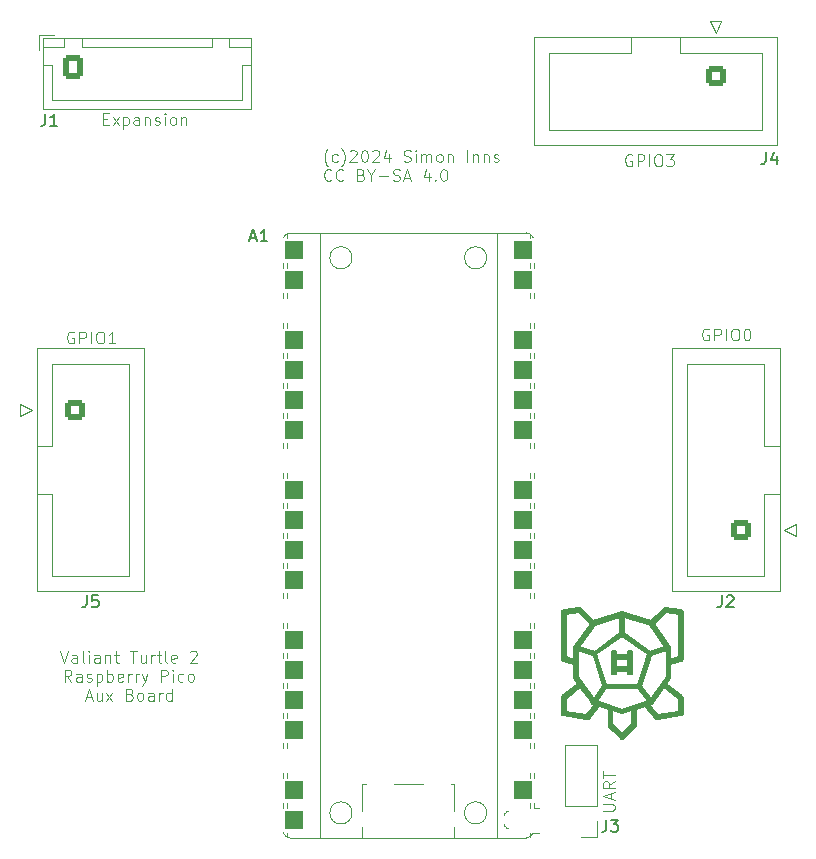
<source format=gto>
G04 #@! TF.GenerationSoftware,KiCad,Pcbnew,8.0.5*
G04 #@! TF.CreationDate,2024-10-05T13:15:26+02:00*
G04 #@! TF.ProjectId,auxboard,61757862-6f61-4726-942e-6b696361645f,rev?*
G04 #@! TF.SameCoordinates,Original*
G04 #@! TF.FileFunction,Legend,Top*
G04 #@! TF.FilePolarity,Positive*
%FSLAX46Y46*%
G04 Gerber Fmt 4.6, Leading zero omitted, Abs format (unit mm)*
G04 Created by KiCad (PCBNEW 8.0.5) date 2024-10-05 13:15:26*
%MOMM*%
%LPD*%
G01*
G04 APERTURE LIST*
G04 Aperture macros list*
%AMRoundRect*
0 Rectangle with rounded corners*
0 $1 Rounding radius*
0 $2 $3 $4 $5 $6 $7 $8 $9 X,Y pos of 4 corners*
0 Add a 4 corners polygon primitive as box body*
4,1,4,$2,$3,$4,$5,$6,$7,$8,$9,$2,$3,0*
0 Add four circle primitives for the rounded corners*
1,1,$1+$1,$2,$3*
1,1,$1+$1,$4,$5*
1,1,$1+$1,$6,$7*
1,1,$1+$1,$8,$9*
0 Add four rect primitives between the rounded corners*
20,1,$1+$1,$2,$3,$4,$5,0*
20,1,$1+$1,$4,$5,$6,$7,0*
20,1,$1+$1,$6,$7,$8,$9,0*
20,1,$1+$1,$8,$9,$2,$3,0*%
%AMFreePoly0*
4,1,28,0.178017,0.779942,0.347107,0.720775,0.498792,0.625465,0.625465,0.498792,0.720775,0.347107,0.779942,0.178017,0.800000,0.000000,0.779942,-0.178017,0.720775,-0.347107,0.625465,-0.498792,0.498792,-0.625465,0.347107,-0.720775,0.178017,-0.779942,0.000000,-0.800000,-2.200000,-0.800000,-2.205014,-0.794986,-2.244504,-0.794986,-2.324698,-0.756366,-2.380194,-0.686777,-2.400000,-0.600000,
-2.400000,0.600000,-2.380194,0.686777,-2.324698,0.756366,-2.244504,0.794986,-2.205014,0.794986,-2.200000,0.800000,0.000000,0.800000,0.178017,0.779942,0.178017,0.779942,$1*%
%AMFreePoly1*
4,1,28,0.605014,0.794986,0.644504,0.794986,0.724698,0.756366,0.780194,0.686777,0.800000,0.600000,0.800000,-0.600000,0.780194,-0.686777,0.724698,-0.756366,0.644504,-0.794986,0.605014,-0.794986,0.600000,-0.800000,0.000000,-0.800000,-0.178017,-0.779942,-0.347107,-0.720775,-0.498792,-0.625465,-0.625465,-0.498792,-0.720775,-0.347107,-0.779942,-0.178017,-0.800000,0.000000,-0.779942,0.178017,
-0.720775,0.347107,-0.625465,0.498792,-0.498792,0.625465,-0.347107,0.720775,-0.178017,0.779942,0.000000,0.800000,0.600000,0.800000,0.605014,0.794986,0.605014,0.794986,$1*%
%AMFreePoly2*
4,1,29,0.605014,0.794986,0.644504,0.794986,0.724698,0.756366,0.780194,0.686777,0.800000,0.600000,0.800000,-0.600000,0.780194,-0.686777,0.724698,-0.756366,0.644504,-0.794986,0.605014,-0.794986,0.600000,-0.800000,0.000000,-0.800000,-1.600000,-0.800000,-1.778017,-0.779942,-1.947107,-0.720775,-2.098792,-0.625465,-2.225465,-0.498792,-2.320775,-0.347107,-2.379942,-0.178017,-2.400000,0.000000,
-2.379942,0.178017,-2.320775,0.347107,-2.225465,0.498792,-2.098792,0.625465,-1.947107,0.720775,-1.778017,0.779942,-1.600000,0.800000,0.600000,0.800000,0.605014,0.794986,0.605014,0.794986,$1*%
%AMFreePoly3*
4,1,28,0.178017,0.779942,0.347107,0.720775,0.498792,0.625465,0.625465,0.498792,0.720775,0.347107,0.779942,0.178017,0.800000,0.000000,0.779942,-0.178017,0.720775,-0.347107,0.625465,-0.498792,0.498792,-0.625465,0.347107,-0.720775,0.178017,-0.779942,0.000000,-0.800000,-0.600000,-0.800000,-0.605014,-0.794986,-0.644504,-0.794986,-0.724698,-0.756366,-0.780194,-0.686777,-0.800000,-0.600000,
-0.800000,0.600000,-0.780194,0.686777,-0.724698,0.756366,-0.644504,0.794986,-0.605014,0.794986,-0.600000,0.800000,0.000000,0.800000,0.178017,0.779942,0.178017,0.779942,$1*%
%AMFreePoly4*
4,1,29,1.778017,0.779942,1.947107,0.720775,2.098792,0.625465,2.225465,0.498792,2.320775,0.347107,2.379942,0.178017,2.400000,0.000000,2.379942,-0.178017,2.320775,-0.347107,2.225465,-0.498792,2.098792,-0.625465,1.947107,-0.720775,1.778017,-0.779942,1.600000,-0.800000,0.000000,-0.800000,-0.600000,-0.800000,-0.605014,-0.794986,-0.644504,-0.794986,-0.724698,-0.756366,-0.780194,-0.686777,
-0.800000,-0.600000,-0.800000,0.600000,-0.780194,0.686777,-0.724698,0.756366,-0.644504,0.794986,-0.605014,0.794986,-0.600000,0.800000,1.600000,0.800000,1.778017,0.779942,1.778017,0.779942,$1*%
G04 Aperture macros list end*
%ADD10C,0.165000*%
%ADD11C,0.100000*%
%ADD12C,0.150000*%
%ADD13C,0.120000*%
%ADD14C,3.200000*%
%ADD15RoundRect,0.250000X-0.600000X0.600000X-0.600000X-0.600000X0.600000X-0.600000X0.600000X0.600000X0*%
%ADD16C,1.700000*%
%ADD17RoundRect,0.250000X-0.600000X-0.600000X0.600000X-0.600000X0.600000X0.600000X-0.600000X0.600000X0*%
%ADD18RoundRect,0.250000X-0.600000X-0.725000X0.600000X-0.725000X0.600000X0.725000X-0.600000X0.725000X0*%
%ADD19O,1.700000X1.950000*%
%ADD20RoundRect,0.250000X0.600000X0.600000X-0.600000X0.600000X-0.600000X-0.600000X0.600000X-0.600000X0*%
%ADD21C,2.200000*%
%ADD22C,1.850000*%
%ADD23RoundRect,0.200000X0.600000X0.600000X-0.600000X0.600000X-0.600000X-0.600000X0.600000X-0.600000X0*%
%ADD24FreePoly0,180.000000*%
%ADD25C,1.600000*%
%ADD26RoundRect,0.800000X0.800000X0.000010X-0.800000X0.000010X-0.800000X-0.000010X0.800000X-0.000010X0*%
%ADD27FreePoly1,180.000000*%
%ADD28FreePoly2,180.000000*%
%ADD29FreePoly3,180.000000*%
%ADD30FreePoly4,180.000000*%
%ADD31R,1.700000X1.700000*%
%ADD32O,1.700000X1.700000*%
G04 APERTURE END LIST*
D10*
X155455000Y-99965000D02*
X155497702Y-99970609D01*
X155537500Y-99987110D01*
X155571655Y-100013345D01*
X155597890Y-100047500D01*
X155614390Y-100087297D01*
X155620000Y-100130000D01*
X155620000Y-104090000D01*
X155614390Y-104132705D01*
X155597890Y-104172500D01*
X155571655Y-104206675D01*
X155537500Y-104232895D01*
X155497702Y-104249380D01*
X154585021Y-104553599D01*
X154585021Y-105745679D01*
X154253338Y-106202195D01*
X155571655Y-107273325D01*
X155597890Y-107307500D01*
X155614390Y-107347295D01*
X155620000Y-107390000D01*
X155620000Y-108710000D01*
X155614390Y-108752702D01*
X155597890Y-108792500D01*
X155571655Y-108826655D01*
X155537500Y-108852890D01*
X155497702Y-108869390D01*
X153540304Y-109195622D01*
X153517699Y-109199390D01*
X153475000Y-109205000D01*
X153432295Y-109199390D01*
X153392500Y-109182890D01*
X153358325Y-109156655D01*
X152450825Y-108084155D01*
X152446888Y-108079040D01*
X151660000Y-108334724D01*
X151660000Y-109700000D01*
X151654377Y-109742702D01*
X151637890Y-109782500D01*
X151611671Y-109816655D01*
X150621670Y-110806655D01*
X150587500Y-110832890D01*
X150547700Y-110849390D01*
X150505000Y-110855000D01*
X150462300Y-110849390D01*
X150422500Y-110832890D01*
X150388330Y-110806655D01*
X149398329Y-109816655D01*
X149372110Y-109782500D01*
X149355623Y-109742702D01*
X149350000Y-109700000D01*
X149350000Y-108441941D01*
X149680000Y-108441941D01*
X149680000Y-109631657D01*
X150505000Y-110456657D01*
X151330000Y-109631657D01*
X151330000Y-108441941D01*
X150505000Y-108710000D01*
X149680000Y-108441941D01*
X149350000Y-108441941D01*
X149350000Y-108334724D01*
X148563112Y-108079040D01*
X148559175Y-108084155D01*
X147651675Y-109156655D01*
X147617500Y-109182890D01*
X147577705Y-109199390D01*
X147535000Y-109205000D01*
X147492301Y-109199390D01*
X147469696Y-109195622D01*
X145512298Y-108869390D01*
X145472500Y-108852890D01*
X145438345Y-108826655D01*
X145412110Y-108792500D01*
X145395610Y-108752702D01*
X145390000Y-108710000D01*
X145390000Y-107467405D01*
X145720000Y-107467405D01*
X145720000Y-108571004D01*
X147469696Y-108862625D01*
X148225535Y-107969348D01*
X148075398Y-107920566D01*
X147983404Y-107890676D01*
X147828389Y-107677315D01*
X148342371Y-107677315D01*
X150505000Y-108380000D01*
X151768849Y-107969348D01*
X152784465Y-107969348D01*
X153540304Y-108862625D01*
X155290000Y-108571004D01*
X155290000Y-107467405D01*
X154060123Y-106468138D01*
X153026596Y-107890676D01*
X152934602Y-107920566D01*
X152784465Y-107969348D01*
X151768849Y-107969348D01*
X152667629Y-107677315D01*
X151852799Y-106555800D01*
X149157201Y-106555800D01*
X149147218Y-106569540D01*
X148342371Y-107677315D01*
X147828389Y-107677315D01*
X146949877Y-106468138D01*
X145720000Y-107467405D01*
X145390000Y-107467405D01*
X145390000Y-107390000D01*
X145395610Y-107347295D01*
X145412110Y-107307500D01*
X145438345Y-107273325D01*
X146756662Y-106202195D01*
X146424979Y-105745679D01*
X146424979Y-105643703D01*
X146738809Y-105643703D01*
X148075398Y-107483347D01*
X148890224Y-106361832D01*
X152119776Y-106361832D01*
X152934602Y-107483347D01*
X154271191Y-105643703D01*
X154271191Y-103369788D01*
X152952765Y-103798168D01*
X152850785Y-104112027D01*
X152119776Y-106361832D01*
X148890224Y-106361832D01*
X148159215Y-104112028D01*
X148057235Y-103798168D01*
X147774093Y-103706170D01*
X148308061Y-103706170D01*
X149147218Y-106288830D01*
X151862782Y-106288830D01*
X152701939Y-103706170D01*
X150505000Y-102110000D01*
X148308061Y-103706170D01*
X147774093Y-103706170D01*
X146738809Y-103369788D01*
X146738809Y-105643703D01*
X146424979Y-105643703D01*
X146424979Y-104553599D01*
X145512298Y-104249380D01*
X145472500Y-104232895D01*
X145438345Y-104206675D01*
X145412110Y-104172500D01*
X145395610Y-104132705D01*
X145390000Y-104090000D01*
X145390000Y-100274375D01*
X145720000Y-100274375D01*
X145720000Y-103971391D01*
X146424979Y-104206378D01*
X146424979Y-103094321D01*
X146452863Y-103055942D01*
X146840779Y-103055942D01*
X148159215Y-103484318D01*
X150340000Y-101899882D01*
X150670000Y-101899882D01*
X152850785Y-103484318D01*
X154169221Y-103055942D01*
X152832629Y-101216297D01*
X152648095Y-101156339D01*
X153177004Y-101156339D01*
X154585021Y-103094321D01*
X154585021Y-104206378D01*
X155290000Y-103971391D01*
X155290000Y-100274375D01*
X154195753Y-100137590D01*
X153177004Y-101156339D01*
X152648095Y-101156339D01*
X150670000Y-100513625D01*
X150670000Y-101899882D01*
X150340000Y-101899882D01*
X150340000Y-100513625D01*
X148177371Y-101216297D01*
X146840779Y-103055942D01*
X146452863Y-103055942D01*
X147832997Y-101156339D01*
X146814247Y-100137590D01*
X145720000Y-100274375D01*
X145390000Y-100274375D01*
X145390000Y-100130000D01*
X145395610Y-100087297D01*
X145412110Y-100047500D01*
X145438345Y-100013345D01*
X145472500Y-99987110D01*
X145512298Y-99970609D01*
X145555000Y-99965000D01*
X146875000Y-99800000D01*
X146917702Y-99805609D01*
X146957500Y-99822110D01*
X146991688Y-99848345D01*
X148065871Y-100922528D01*
X150505000Y-100130000D01*
X152944129Y-100922528D01*
X154018312Y-99848345D01*
X154052500Y-99822110D01*
X154092298Y-99805609D01*
X154135000Y-99800000D01*
X155455000Y-99965000D01*
G36*
X155455000Y-99965000D02*
G01*
X155497702Y-99970609D01*
X155537500Y-99987110D01*
X155571655Y-100013345D01*
X155597890Y-100047500D01*
X155614390Y-100087297D01*
X155620000Y-100130000D01*
X155620000Y-104090000D01*
X155614390Y-104132705D01*
X155597890Y-104172500D01*
X155571655Y-104206675D01*
X155537500Y-104232895D01*
X155497702Y-104249380D01*
X154585021Y-104553599D01*
X154585021Y-105745679D01*
X154253338Y-106202195D01*
X155571655Y-107273325D01*
X155597890Y-107307500D01*
X155614390Y-107347295D01*
X155620000Y-107390000D01*
X155620000Y-108710000D01*
X155614390Y-108752702D01*
X155597890Y-108792500D01*
X155571655Y-108826655D01*
X155537500Y-108852890D01*
X155497702Y-108869390D01*
X153540304Y-109195622D01*
X153517699Y-109199390D01*
X153475000Y-109205000D01*
X153432295Y-109199390D01*
X153392500Y-109182890D01*
X153358325Y-109156655D01*
X152450825Y-108084155D01*
X152446888Y-108079040D01*
X151660000Y-108334724D01*
X151660000Y-109700000D01*
X151654377Y-109742702D01*
X151637890Y-109782500D01*
X151611671Y-109816655D01*
X150621670Y-110806655D01*
X150587500Y-110832890D01*
X150547700Y-110849390D01*
X150505000Y-110855000D01*
X150462300Y-110849390D01*
X150422500Y-110832890D01*
X150388330Y-110806655D01*
X149398329Y-109816655D01*
X149372110Y-109782500D01*
X149355623Y-109742702D01*
X149350000Y-109700000D01*
X149350000Y-108441941D01*
X149680000Y-108441941D01*
X149680000Y-109631657D01*
X150505000Y-110456657D01*
X151330000Y-109631657D01*
X151330000Y-108441941D01*
X150505000Y-108710000D01*
X149680000Y-108441941D01*
X149350000Y-108441941D01*
X149350000Y-108334724D01*
X148563112Y-108079040D01*
X148559175Y-108084155D01*
X147651675Y-109156655D01*
X147617500Y-109182890D01*
X147577705Y-109199390D01*
X147535000Y-109205000D01*
X147492301Y-109199390D01*
X147469696Y-109195622D01*
X145512298Y-108869390D01*
X145472500Y-108852890D01*
X145438345Y-108826655D01*
X145412110Y-108792500D01*
X145395610Y-108752702D01*
X145390000Y-108710000D01*
X145390000Y-107467405D01*
X145720000Y-107467405D01*
X145720000Y-108571004D01*
X147469696Y-108862625D01*
X148225535Y-107969348D01*
X148075398Y-107920566D01*
X147983404Y-107890676D01*
X147828389Y-107677315D01*
X148342371Y-107677315D01*
X150505000Y-108380000D01*
X151768849Y-107969348D01*
X152784465Y-107969348D01*
X153540304Y-108862625D01*
X155290000Y-108571004D01*
X155290000Y-107467405D01*
X154060123Y-106468138D01*
X153026596Y-107890676D01*
X152934602Y-107920566D01*
X152784465Y-107969348D01*
X151768849Y-107969348D01*
X152667629Y-107677315D01*
X151852799Y-106555800D01*
X149157201Y-106555800D01*
X149147218Y-106569540D01*
X148342371Y-107677315D01*
X147828389Y-107677315D01*
X146949877Y-106468138D01*
X145720000Y-107467405D01*
X145390000Y-107467405D01*
X145390000Y-107390000D01*
X145395610Y-107347295D01*
X145412110Y-107307500D01*
X145438345Y-107273325D01*
X146756662Y-106202195D01*
X146424979Y-105745679D01*
X146424979Y-105643703D01*
X146738809Y-105643703D01*
X148075398Y-107483347D01*
X148890224Y-106361832D01*
X152119776Y-106361832D01*
X152934602Y-107483347D01*
X154271191Y-105643703D01*
X154271191Y-103369788D01*
X152952765Y-103798168D01*
X152850785Y-104112027D01*
X152119776Y-106361832D01*
X148890224Y-106361832D01*
X148159215Y-104112028D01*
X148057235Y-103798168D01*
X147774093Y-103706170D01*
X148308061Y-103706170D01*
X149147218Y-106288830D01*
X151862782Y-106288830D01*
X152701939Y-103706170D01*
X150505000Y-102110000D01*
X148308061Y-103706170D01*
X147774093Y-103706170D01*
X146738809Y-103369788D01*
X146738809Y-105643703D01*
X146424979Y-105643703D01*
X146424979Y-104553599D01*
X145512298Y-104249380D01*
X145472500Y-104232895D01*
X145438345Y-104206675D01*
X145412110Y-104172500D01*
X145395610Y-104132705D01*
X145390000Y-104090000D01*
X145390000Y-100274375D01*
X145720000Y-100274375D01*
X145720000Y-103971391D01*
X146424979Y-104206378D01*
X146424979Y-103094321D01*
X146452863Y-103055942D01*
X146840779Y-103055942D01*
X148159215Y-103484318D01*
X150340000Y-101899882D01*
X150670000Y-101899882D01*
X152850785Y-103484318D01*
X154169221Y-103055942D01*
X152832629Y-101216297D01*
X152648095Y-101156339D01*
X153177004Y-101156339D01*
X154585021Y-103094321D01*
X154585021Y-104206378D01*
X155290000Y-103971391D01*
X155290000Y-100274375D01*
X154195753Y-100137590D01*
X153177004Y-101156339D01*
X152648095Y-101156339D01*
X150670000Y-100513625D01*
X150670000Y-101899882D01*
X150340000Y-101899882D01*
X150340000Y-100513625D01*
X148177371Y-101216297D01*
X146840779Y-103055942D01*
X146452863Y-103055942D01*
X147832997Y-101156339D01*
X146814247Y-100137590D01*
X145720000Y-100274375D01*
X145390000Y-100274375D01*
X145390000Y-100130000D01*
X145395610Y-100087297D01*
X145412110Y-100047500D01*
X145438345Y-100013345D01*
X145472500Y-99987110D01*
X145512298Y-99970609D01*
X145555000Y-99965000D01*
X146875000Y-99800000D01*
X146917702Y-99805609D01*
X146957500Y-99822110D01*
X146991688Y-99848345D01*
X148065871Y-100922528D01*
X150505000Y-100130000D01*
X152944129Y-100922528D01*
X154018312Y-99848345D01*
X154052500Y-99822110D01*
X154092298Y-99805609D01*
X154135000Y-99800000D01*
X155455000Y-99965000D01*
G37*
X150010000Y-103760000D02*
X151000000Y-103760000D01*
X151000000Y-103430000D01*
X151330000Y-103430000D01*
X151330000Y-105410000D01*
X151000000Y-105410000D01*
X151000000Y-105080000D01*
X150010000Y-105080000D01*
X150010000Y-105410000D01*
X149680000Y-105410000D01*
X149680000Y-104750000D01*
X150010000Y-104750000D01*
X151000000Y-104750000D01*
X151000000Y-104090000D01*
X150010000Y-104090000D01*
X150010000Y-104750000D01*
X149680000Y-104750000D01*
X149680000Y-103430000D01*
X150010000Y-103430000D01*
X150010000Y-103760000D01*
G36*
X150010000Y-103760000D02*
G01*
X151000000Y-103760000D01*
X151000000Y-103430000D01*
X151330000Y-103430000D01*
X151330000Y-105410000D01*
X151000000Y-105410000D01*
X151000000Y-105080000D01*
X150010000Y-105080000D01*
X150010000Y-105410000D01*
X149680000Y-105410000D01*
X149680000Y-104750000D01*
X150010000Y-104750000D01*
X151000000Y-104750000D01*
X151000000Y-104090000D01*
X150010000Y-104090000D01*
X150010000Y-104750000D01*
X149680000Y-104750000D01*
X149680000Y-103430000D01*
X150010000Y-103430000D01*
X150010000Y-103760000D01*
G37*
D11*
X151327693Y-61420038D02*
X151232455Y-61372419D01*
X151232455Y-61372419D02*
X151089598Y-61372419D01*
X151089598Y-61372419D02*
X150946741Y-61420038D01*
X150946741Y-61420038D02*
X150851503Y-61515276D01*
X150851503Y-61515276D02*
X150803884Y-61610514D01*
X150803884Y-61610514D02*
X150756265Y-61800990D01*
X150756265Y-61800990D02*
X150756265Y-61943847D01*
X150756265Y-61943847D02*
X150803884Y-62134323D01*
X150803884Y-62134323D02*
X150851503Y-62229561D01*
X150851503Y-62229561D02*
X150946741Y-62324800D01*
X150946741Y-62324800D02*
X151089598Y-62372419D01*
X151089598Y-62372419D02*
X151184836Y-62372419D01*
X151184836Y-62372419D02*
X151327693Y-62324800D01*
X151327693Y-62324800D02*
X151375312Y-62277180D01*
X151375312Y-62277180D02*
X151375312Y-61943847D01*
X151375312Y-61943847D02*
X151184836Y-61943847D01*
X151803884Y-62372419D02*
X151803884Y-61372419D01*
X151803884Y-61372419D02*
X152184836Y-61372419D01*
X152184836Y-61372419D02*
X152280074Y-61420038D01*
X152280074Y-61420038D02*
X152327693Y-61467657D01*
X152327693Y-61467657D02*
X152375312Y-61562895D01*
X152375312Y-61562895D02*
X152375312Y-61705752D01*
X152375312Y-61705752D02*
X152327693Y-61800990D01*
X152327693Y-61800990D02*
X152280074Y-61848609D01*
X152280074Y-61848609D02*
X152184836Y-61896228D01*
X152184836Y-61896228D02*
X151803884Y-61896228D01*
X152803884Y-62372419D02*
X152803884Y-61372419D01*
X153470550Y-61372419D02*
X153661026Y-61372419D01*
X153661026Y-61372419D02*
X153756264Y-61420038D01*
X153756264Y-61420038D02*
X153851502Y-61515276D01*
X153851502Y-61515276D02*
X153899121Y-61705752D01*
X153899121Y-61705752D02*
X153899121Y-62039085D01*
X153899121Y-62039085D02*
X153851502Y-62229561D01*
X153851502Y-62229561D02*
X153756264Y-62324800D01*
X153756264Y-62324800D02*
X153661026Y-62372419D01*
X153661026Y-62372419D02*
X153470550Y-62372419D01*
X153470550Y-62372419D02*
X153375312Y-62324800D01*
X153375312Y-62324800D02*
X153280074Y-62229561D01*
X153280074Y-62229561D02*
X153232455Y-62039085D01*
X153232455Y-62039085D02*
X153232455Y-61705752D01*
X153232455Y-61705752D02*
X153280074Y-61515276D01*
X153280074Y-61515276D02*
X153375312Y-61420038D01*
X153375312Y-61420038D02*
X153470550Y-61372419D01*
X154232455Y-61372419D02*
X154851502Y-61372419D01*
X154851502Y-61372419D02*
X154518169Y-61753371D01*
X154518169Y-61753371D02*
X154661026Y-61753371D01*
X154661026Y-61753371D02*
X154756264Y-61800990D01*
X154756264Y-61800990D02*
X154803883Y-61848609D01*
X154803883Y-61848609D02*
X154851502Y-61943847D01*
X154851502Y-61943847D02*
X154851502Y-62181942D01*
X154851502Y-62181942D02*
X154803883Y-62277180D01*
X154803883Y-62277180D02*
X154756264Y-62324800D01*
X154756264Y-62324800D02*
X154661026Y-62372419D01*
X154661026Y-62372419D02*
X154375312Y-62372419D01*
X154375312Y-62372419D02*
X154280074Y-62324800D01*
X154280074Y-62324800D02*
X154232455Y-62277180D01*
X157827693Y-76170038D02*
X157732455Y-76122419D01*
X157732455Y-76122419D02*
X157589598Y-76122419D01*
X157589598Y-76122419D02*
X157446741Y-76170038D01*
X157446741Y-76170038D02*
X157351503Y-76265276D01*
X157351503Y-76265276D02*
X157303884Y-76360514D01*
X157303884Y-76360514D02*
X157256265Y-76550990D01*
X157256265Y-76550990D02*
X157256265Y-76693847D01*
X157256265Y-76693847D02*
X157303884Y-76884323D01*
X157303884Y-76884323D02*
X157351503Y-76979561D01*
X157351503Y-76979561D02*
X157446741Y-77074800D01*
X157446741Y-77074800D02*
X157589598Y-77122419D01*
X157589598Y-77122419D02*
X157684836Y-77122419D01*
X157684836Y-77122419D02*
X157827693Y-77074800D01*
X157827693Y-77074800D02*
X157875312Y-77027180D01*
X157875312Y-77027180D02*
X157875312Y-76693847D01*
X157875312Y-76693847D02*
X157684836Y-76693847D01*
X158303884Y-77122419D02*
X158303884Y-76122419D01*
X158303884Y-76122419D02*
X158684836Y-76122419D01*
X158684836Y-76122419D02*
X158780074Y-76170038D01*
X158780074Y-76170038D02*
X158827693Y-76217657D01*
X158827693Y-76217657D02*
X158875312Y-76312895D01*
X158875312Y-76312895D02*
X158875312Y-76455752D01*
X158875312Y-76455752D02*
X158827693Y-76550990D01*
X158827693Y-76550990D02*
X158780074Y-76598609D01*
X158780074Y-76598609D02*
X158684836Y-76646228D01*
X158684836Y-76646228D02*
X158303884Y-76646228D01*
X159303884Y-77122419D02*
X159303884Y-76122419D01*
X159970550Y-76122419D02*
X160161026Y-76122419D01*
X160161026Y-76122419D02*
X160256264Y-76170038D01*
X160256264Y-76170038D02*
X160351502Y-76265276D01*
X160351502Y-76265276D02*
X160399121Y-76455752D01*
X160399121Y-76455752D02*
X160399121Y-76789085D01*
X160399121Y-76789085D02*
X160351502Y-76979561D01*
X160351502Y-76979561D02*
X160256264Y-77074800D01*
X160256264Y-77074800D02*
X160161026Y-77122419D01*
X160161026Y-77122419D02*
X159970550Y-77122419D01*
X159970550Y-77122419D02*
X159875312Y-77074800D01*
X159875312Y-77074800D02*
X159780074Y-76979561D01*
X159780074Y-76979561D02*
X159732455Y-76789085D01*
X159732455Y-76789085D02*
X159732455Y-76455752D01*
X159732455Y-76455752D02*
X159780074Y-76265276D01*
X159780074Y-76265276D02*
X159875312Y-76170038D01*
X159875312Y-76170038D02*
X159970550Y-76122419D01*
X161018169Y-76122419D02*
X161113407Y-76122419D01*
X161113407Y-76122419D02*
X161208645Y-76170038D01*
X161208645Y-76170038D02*
X161256264Y-76217657D01*
X161256264Y-76217657D02*
X161303883Y-76312895D01*
X161303883Y-76312895D02*
X161351502Y-76503371D01*
X161351502Y-76503371D02*
X161351502Y-76741466D01*
X161351502Y-76741466D02*
X161303883Y-76931942D01*
X161303883Y-76931942D02*
X161256264Y-77027180D01*
X161256264Y-77027180D02*
X161208645Y-77074800D01*
X161208645Y-77074800D02*
X161113407Y-77122419D01*
X161113407Y-77122419D02*
X161018169Y-77122419D01*
X161018169Y-77122419D02*
X160922931Y-77074800D01*
X160922931Y-77074800D02*
X160875312Y-77027180D01*
X160875312Y-77027180D02*
X160827693Y-76931942D01*
X160827693Y-76931942D02*
X160780074Y-76741466D01*
X160780074Y-76741466D02*
X160780074Y-76503371D01*
X160780074Y-76503371D02*
X160827693Y-76312895D01*
X160827693Y-76312895D02*
X160875312Y-76217657D01*
X160875312Y-76217657D02*
X160922931Y-76170038D01*
X160922931Y-76170038D02*
X161018169Y-76122419D01*
X125589598Y-62393427D02*
X125541979Y-62345808D01*
X125541979Y-62345808D02*
X125446741Y-62202951D01*
X125446741Y-62202951D02*
X125399122Y-62107713D01*
X125399122Y-62107713D02*
X125351503Y-61964856D01*
X125351503Y-61964856D02*
X125303884Y-61726760D01*
X125303884Y-61726760D02*
X125303884Y-61536284D01*
X125303884Y-61536284D02*
X125351503Y-61298189D01*
X125351503Y-61298189D02*
X125399122Y-61155332D01*
X125399122Y-61155332D02*
X125446741Y-61060094D01*
X125446741Y-61060094D02*
X125541979Y-60917236D01*
X125541979Y-60917236D02*
X125589598Y-60869617D01*
X126399122Y-61964856D02*
X126303884Y-62012475D01*
X126303884Y-62012475D02*
X126113408Y-62012475D01*
X126113408Y-62012475D02*
X126018170Y-61964856D01*
X126018170Y-61964856D02*
X125970551Y-61917236D01*
X125970551Y-61917236D02*
X125922932Y-61821998D01*
X125922932Y-61821998D02*
X125922932Y-61536284D01*
X125922932Y-61536284D02*
X125970551Y-61441046D01*
X125970551Y-61441046D02*
X126018170Y-61393427D01*
X126018170Y-61393427D02*
X126113408Y-61345808D01*
X126113408Y-61345808D02*
X126303884Y-61345808D01*
X126303884Y-61345808D02*
X126399122Y-61393427D01*
X126732456Y-62393427D02*
X126780075Y-62345808D01*
X126780075Y-62345808D02*
X126875313Y-62202951D01*
X126875313Y-62202951D02*
X126922932Y-62107713D01*
X126922932Y-62107713D02*
X126970551Y-61964856D01*
X126970551Y-61964856D02*
X127018170Y-61726760D01*
X127018170Y-61726760D02*
X127018170Y-61536284D01*
X127018170Y-61536284D02*
X126970551Y-61298189D01*
X126970551Y-61298189D02*
X126922932Y-61155332D01*
X126922932Y-61155332D02*
X126875313Y-61060094D01*
X126875313Y-61060094D02*
X126780075Y-60917236D01*
X126780075Y-60917236D02*
X126732456Y-60869617D01*
X127446742Y-61107713D02*
X127494361Y-61060094D01*
X127494361Y-61060094D02*
X127589599Y-61012475D01*
X127589599Y-61012475D02*
X127827694Y-61012475D01*
X127827694Y-61012475D02*
X127922932Y-61060094D01*
X127922932Y-61060094D02*
X127970551Y-61107713D01*
X127970551Y-61107713D02*
X128018170Y-61202951D01*
X128018170Y-61202951D02*
X128018170Y-61298189D01*
X128018170Y-61298189D02*
X127970551Y-61441046D01*
X127970551Y-61441046D02*
X127399123Y-62012475D01*
X127399123Y-62012475D02*
X128018170Y-62012475D01*
X128637218Y-61012475D02*
X128732456Y-61012475D01*
X128732456Y-61012475D02*
X128827694Y-61060094D01*
X128827694Y-61060094D02*
X128875313Y-61107713D01*
X128875313Y-61107713D02*
X128922932Y-61202951D01*
X128922932Y-61202951D02*
X128970551Y-61393427D01*
X128970551Y-61393427D02*
X128970551Y-61631522D01*
X128970551Y-61631522D02*
X128922932Y-61821998D01*
X128922932Y-61821998D02*
X128875313Y-61917236D01*
X128875313Y-61917236D02*
X128827694Y-61964856D01*
X128827694Y-61964856D02*
X128732456Y-62012475D01*
X128732456Y-62012475D02*
X128637218Y-62012475D01*
X128637218Y-62012475D02*
X128541980Y-61964856D01*
X128541980Y-61964856D02*
X128494361Y-61917236D01*
X128494361Y-61917236D02*
X128446742Y-61821998D01*
X128446742Y-61821998D02*
X128399123Y-61631522D01*
X128399123Y-61631522D02*
X128399123Y-61393427D01*
X128399123Y-61393427D02*
X128446742Y-61202951D01*
X128446742Y-61202951D02*
X128494361Y-61107713D01*
X128494361Y-61107713D02*
X128541980Y-61060094D01*
X128541980Y-61060094D02*
X128637218Y-61012475D01*
X129351504Y-61107713D02*
X129399123Y-61060094D01*
X129399123Y-61060094D02*
X129494361Y-61012475D01*
X129494361Y-61012475D02*
X129732456Y-61012475D01*
X129732456Y-61012475D02*
X129827694Y-61060094D01*
X129827694Y-61060094D02*
X129875313Y-61107713D01*
X129875313Y-61107713D02*
X129922932Y-61202951D01*
X129922932Y-61202951D02*
X129922932Y-61298189D01*
X129922932Y-61298189D02*
X129875313Y-61441046D01*
X129875313Y-61441046D02*
X129303885Y-62012475D01*
X129303885Y-62012475D02*
X129922932Y-62012475D01*
X130780075Y-61345808D02*
X130780075Y-62012475D01*
X130541980Y-60964856D02*
X130303885Y-61679141D01*
X130303885Y-61679141D02*
X130922932Y-61679141D01*
X132018171Y-61964856D02*
X132161028Y-62012475D01*
X132161028Y-62012475D02*
X132399123Y-62012475D01*
X132399123Y-62012475D02*
X132494361Y-61964856D01*
X132494361Y-61964856D02*
X132541980Y-61917236D01*
X132541980Y-61917236D02*
X132589599Y-61821998D01*
X132589599Y-61821998D02*
X132589599Y-61726760D01*
X132589599Y-61726760D02*
X132541980Y-61631522D01*
X132541980Y-61631522D02*
X132494361Y-61583903D01*
X132494361Y-61583903D02*
X132399123Y-61536284D01*
X132399123Y-61536284D02*
X132208647Y-61488665D01*
X132208647Y-61488665D02*
X132113409Y-61441046D01*
X132113409Y-61441046D02*
X132065790Y-61393427D01*
X132065790Y-61393427D02*
X132018171Y-61298189D01*
X132018171Y-61298189D02*
X132018171Y-61202951D01*
X132018171Y-61202951D02*
X132065790Y-61107713D01*
X132065790Y-61107713D02*
X132113409Y-61060094D01*
X132113409Y-61060094D02*
X132208647Y-61012475D01*
X132208647Y-61012475D02*
X132446742Y-61012475D01*
X132446742Y-61012475D02*
X132589599Y-61060094D01*
X133018171Y-62012475D02*
X133018171Y-61345808D01*
X133018171Y-61012475D02*
X132970552Y-61060094D01*
X132970552Y-61060094D02*
X133018171Y-61107713D01*
X133018171Y-61107713D02*
X133065790Y-61060094D01*
X133065790Y-61060094D02*
X133018171Y-61012475D01*
X133018171Y-61012475D02*
X133018171Y-61107713D01*
X133494361Y-62012475D02*
X133494361Y-61345808D01*
X133494361Y-61441046D02*
X133541980Y-61393427D01*
X133541980Y-61393427D02*
X133637218Y-61345808D01*
X133637218Y-61345808D02*
X133780075Y-61345808D01*
X133780075Y-61345808D02*
X133875313Y-61393427D01*
X133875313Y-61393427D02*
X133922932Y-61488665D01*
X133922932Y-61488665D02*
X133922932Y-62012475D01*
X133922932Y-61488665D02*
X133970551Y-61393427D01*
X133970551Y-61393427D02*
X134065789Y-61345808D01*
X134065789Y-61345808D02*
X134208646Y-61345808D01*
X134208646Y-61345808D02*
X134303885Y-61393427D01*
X134303885Y-61393427D02*
X134351504Y-61488665D01*
X134351504Y-61488665D02*
X134351504Y-62012475D01*
X134970551Y-62012475D02*
X134875313Y-61964856D01*
X134875313Y-61964856D02*
X134827694Y-61917236D01*
X134827694Y-61917236D02*
X134780075Y-61821998D01*
X134780075Y-61821998D02*
X134780075Y-61536284D01*
X134780075Y-61536284D02*
X134827694Y-61441046D01*
X134827694Y-61441046D02*
X134875313Y-61393427D01*
X134875313Y-61393427D02*
X134970551Y-61345808D01*
X134970551Y-61345808D02*
X135113408Y-61345808D01*
X135113408Y-61345808D02*
X135208646Y-61393427D01*
X135208646Y-61393427D02*
X135256265Y-61441046D01*
X135256265Y-61441046D02*
X135303884Y-61536284D01*
X135303884Y-61536284D02*
X135303884Y-61821998D01*
X135303884Y-61821998D02*
X135256265Y-61917236D01*
X135256265Y-61917236D02*
X135208646Y-61964856D01*
X135208646Y-61964856D02*
X135113408Y-62012475D01*
X135113408Y-62012475D02*
X134970551Y-62012475D01*
X135732456Y-61345808D02*
X135732456Y-62012475D01*
X135732456Y-61441046D02*
X135780075Y-61393427D01*
X135780075Y-61393427D02*
X135875313Y-61345808D01*
X135875313Y-61345808D02*
X136018170Y-61345808D01*
X136018170Y-61345808D02*
X136113408Y-61393427D01*
X136113408Y-61393427D02*
X136161027Y-61488665D01*
X136161027Y-61488665D02*
X136161027Y-62012475D01*
X137399123Y-62012475D02*
X137399123Y-61012475D01*
X137875313Y-61345808D02*
X137875313Y-62012475D01*
X137875313Y-61441046D02*
X137922932Y-61393427D01*
X137922932Y-61393427D02*
X138018170Y-61345808D01*
X138018170Y-61345808D02*
X138161027Y-61345808D01*
X138161027Y-61345808D02*
X138256265Y-61393427D01*
X138256265Y-61393427D02*
X138303884Y-61488665D01*
X138303884Y-61488665D02*
X138303884Y-62012475D01*
X138780075Y-61345808D02*
X138780075Y-62012475D01*
X138780075Y-61441046D02*
X138827694Y-61393427D01*
X138827694Y-61393427D02*
X138922932Y-61345808D01*
X138922932Y-61345808D02*
X139065789Y-61345808D01*
X139065789Y-61345808D02*
X139161027Y-61393427D01*
X139161027Y-61393427D02*
X139208646Y-61488665D01*
X139208646Y-61488665D02*
X139208646Y-62012475D01*
X139637218Y-61964856D02*
X139732456Y-62012475D01*
X139732456Y-62012475D02*
X139922932Y-62012475D01*
X139922932Y-62012475D02*
X140018170Y-61964856D01*
X140018170Y-61964856D02*
X140065789Y-61869617D01*
X140065789Y-61869617D02*
X140065789Y-61821998D01*
X140065789Y-61821998D02*
X140018170Y-61726760D01*
X140018170Y-61726760D02*
X139922932Y-61679141D01*
X139922932Y-61679141D02*
X139780075Y-61679141D01*
X139780075Y-61679141D02*
X139684837Y-61631522D01*
X139684837Y-61631522D02*
X139637218Y-61536284D01*
X139637218Y-61536284D02*
X139637218Y-61488665D01*
X139637218Y-61488665D02*
X139684837Y-61393427D01*
X139684837Y-61393427D02*
X139780075Y-61345808D01*
X139780075Y-61345808D02*
X139922932Y-61345808D01*
X139922932Y-61345808D02*
X140018170Y-61393427D01*
X125875312Y-63527180D02*
X125827693Y-63574800D01*
X125827693Y-63574800D02*
X125684836Y-63622419D01*
X125684836Y-63622419D02*
X125589598Y-63622419D01*
X125589598Y-63622419D02*
X125446741Y-63574800D01*
X125446741Y-63574800D02*
X125351503Y-63479561D01*
X125351503Y-63479561D02*
X125303884Y-63384323D01*
X125303884Y-63384323D02*
X125256265Y-63193847D01*
X125256265Y-63193847D02*
X125256265Y-63050990D01*
X125256265Y-63050990D02*
X125303884Y-62860514D01*
X125303884Y-62860514D02*
X125351503Y-62765276D01*
X125351503Y-62765276D02*
X125446741Y-62670038D01*
X125446741Y-62670038D02*
X125589598Y-62622419D01*
X125589598Y-62622419D02*
X125684836Y-62622419D01*
X125684836Y-62622419D02*
X125827693Y-62670038D01*
X125827693Y-62670038D02*
X125875312Y-62717657D01*
X126875312Y-63527180D02*
X126827693Y-63574800D01*
X126827693Y-63574800D02*
X126684836Y-63622419D01*
X126684836Y-63622419D02*
X126589598Y-63622419D01*
X126589598Y-63622419D02*
X126446741Y-63574800D01*
X126446741Y-63574800D02*
X126351503Y-63479561D01*
X126351503Y-63479561D02*
X126303884Y-63384323D01*
X126303884Y-63384323D02*
X126256265Y-63193847D01*
X126256265Y-63193847D02*
X126256265Y-63050990D01*
X126256265Y-63050990D02*
X126303884Y-62860514D01*
X126303884Y-62860514D02*
X126351503Y-62765276D01*
X126351503Y-62765276D02*
X126446741Y-62670038D01*
X126446741Y-62670038D02*
X126589598Y-62622419D01*
X126589598Y-62622419D02*
X126684836Y-62622419D01*
X126684836Y-62622419D02*
X126827693Y-62670038D01*
X126827693Y-62670038D02*
X126875312Y-62717657D01*
X128399122Y-63098609D02*
X128541979Y-63146228D01*
X128541979Y-63146228D02*
X128589598Y-63193847D01*
X128589598Y-63193847D02*
X128637217Y-63289085D01*
X128637217Y-63289085D02*
X128637217Y-63431942D01*
X128637217Y-63431942D02*
X128589598Y-63527180D01*
X128589598Y-63527180D02*
X128541979Y-63574800D01*
X128541979Y-63574800D02*
X128446741Y-63622419D01*
X128446741Y-63622419D02*
X128065789Y-63622419D01*
X128065789Y-63622419D02*
X128065789Y-62622419D01*
X128065789Y-62622419D02*
X128399122Y-62622419D01*
X128399122Y-62622419D02*
X128494360Y-62670038D01*
X128494360Y-62670038D02*
X128541979Y-62717657D01*
X128541979Y-62717657D02*
X128589598Y-62812895D01*
X128589598Y-62812895D02*
X128589598Y-62908133D01*
X128589598Y-62908133D02*
X128541979Y-63003371D01*
X128541979Y-63003371D02*
X128494360Y-63050990D01*
X128494360Y-63050990D02*
X128399122Y-63098609D01*
X128399122Y-63098609D02*
X128065789Y-63098609D01*
X129256265Y-63146228D02*
X129256265Y-63622419D01*
X128922932Y-62622419D02*
X129256265Y-63146228D01*
X129256265Y-63146228D02*
X129589598Y-62622419D01*
X129922932Y-63241466D02*
X130684837Y-63241466D01*
X131113408Y-63574800D02*
X131256265Y-63622419D01*
X131256265Y-63622419D02*
X131494360Y-63622419D01*
X131494360Y-63622419D02*
X131589598Y-63574800D01*
X131589598Y-63574800D02*
X131637217Y-63527180D01*
X131637217Y-63527180D02*
X131684836Y-63431942D01*
X131684836Y-63431942D02*
X131684836Y-63336704D01*
X131684836Y-63336704D02*
X131637217Y-63241466D01*
X131637217Y-63241466D02*
X131589598Y-63193847D01*
X131589598Y-63193847D02*
X131494360Y-63146228D01*
X131494360Y-63146228D02*
X131303884Y-63098609D01*
X131303884Y-63098609D02*
X131208646Y-63050990D01*
X131208646Y-63050990D02*
X131161027Y-63003371D01*
X131161027Y-63003371D02*
X131113408Y-62908133D01*
X131113408Y-62908133D02*
X131113408Y-62812895D01*
X131113408Y-62812895D02*
X131161027Y-62717657D01*
X131161027Y-62717657D02*
X131208646Y-62670038D01*
X131208646Y-62670038D02*
X131303884Y-62622419D01*
X131303884Y-62622419D02*
X131541979Y-62622419D01*
X131541979Y-62622419D02*
X131684836Y-62670038D01*
X132065789Y-63336704D02*
X132541979Y-63336704D01*
X131970551Y-63622419D02*
X132303884Y-62622419D01*
X132303884Y-62622419D02*
X132637217Y-63622419D01*
X134161027Y-62955752D02*
X134161027Y-63622419D01*
X133922932Y-62574800D02*
X133684837Y-63289085D01*
X133684837Y-63289085D02*
X134303884Y-63289085D01*
X134684837Y-63527180D02*
X134732456Y-63574800D01*
X134732456Y-63574800D02*
X134684837Y-63622419D01*
X134684837Y-63622419D02*
X134637218Y-63574800D01*
X134637218Y-63574800D02*
X134684837Y-63527180D01*
X134684837Y-63527180D02*
X134684837Y-63622419D01*
X135351503Y-62622419D02*
X135446741Y-62622419D01*
X135446741Y-62622419D02*
X135541979Y-62670038D01*
X135541979Y-62670038D02*
X135589598Y-62717657D01*
X135589598Y-62717657D02*
X135637217Y-62812895D01*
X135637217Y-62812895D02*
X135684836Y-63003371D01*
X135684836Y-63003371D02*
X135684836Y-63241466D01*
X135684836Y-63241466D02*
X135637217Y-63431942D01*
X135637217Y-63431942D02*
X135589598Y-63527180D01*
X135589598Y-63527180D02*
X135541979Y-63574800D01*
X135541979Y-63574800D02*
X135446741Y-63622419D01*
X135446741Y-63622419D02*
X135351503Y-63622419D01*
X135351503Y-63622419D02*
X135256265Y-63574800D01*
X135256265Y-63574800D02*
X135208646Y-63527180D01*
X135208646Y-63527180D02*
X135161027Y-63431942D01*
X135161027Y-63431942D02*
X135113408Y-63241466D01*
X135113408Y-63241466D02*
X135113408Y-63003371D01*
X135113408Y-63003371D02*
X135161027Y-62812895D01*
X135161027Y-62812895D02*
X135208646Y-62717657D01*
X135208646Y-62717657D02*
X135256265Y-62670038D01*
X135256265Y-62670038D02*
X135351503Y-62622419D01*
X104077693Y-76420038D02*
X103982455Y-76372419D01*
X103982455Y-76372419D02*
X103839598Y-76372419D01*
X103839598Y-76372419D02*
X103696741Y-76420038D01*
X103696741Y-76420038D02*
X103601503Y-76515276D01*
X103601503Y-76515276D02*
X103553884Y-76610514D01*
X103553884Y-76610514D02*
X103506265Y-76800990D01*
X103506265Y-76800990D02*
X103506265Y-76943847D01*
X103506265Y-76943847D02*
X103553884Y-77134323D01*
X103553884Y-77134323D02*
X103601503Y-77229561D01*
X103601503Y-77229561D02*
X103696741Y-77324800D01*
X103696741Y-77324800D02*
X103839598Y-77372419D01*
X103839598Y-77372419D02*
X103934836Y-77372419D01*
X103934836Y-77372419D02*
X104077693Y-77324800D01*
X104077693Y-77324800D02*
X104125312Y-77277180D01*
X104125312Y-77277180D02*
X104125312Y-76943847D01*
X104125312Y-76943847D02*
X103934836Y-76943847D01*
X104553884Y-77372419D02*
X104553884Y-76372419D01*
X104553884Y-76372419D02*
X104934836Y-76372419D01*
X104934836Y-76372419D02*
X105030074Y-76420038D01*
X105030074Y-76420038D02*
X105077693Y-76467657D01*
X105077693Y-76467657D02*
X105125312Y-76562895D01*
X105125312Y-76562895D02*
X105125312Y-76705752D01*
X105125312Y-76705752D02*
X105077693Y-76800990D01*
X105077693Y-76800990D02*
X105030074Y-76848609D01*
X105030074Y-76848609D02*
X104934836Y-76896228D01*
X104934836Y-76896228D02*
X104553884Y-76896228D01*
X105553884Y-77372419D02*
X105553884Y-76372419D01*
X106220550Y-76372419D02*
X106411026Y-76372419D01*
X106411026Y-76372419D02*
X106506264Y-76420038D01*
X106506264Y-76420038D02*
X106601502Y-76515276D01*
X106601502Y-76515276D02*
X106649121Y-76705752D01*
X106649121Y-76705752D02*
X106649121Y-77039085D01*
X106649121Y-77039085D02*
X106601502Y-77229561D01*
X106601502Y-77229561D02*
X106506264Y-77324800D01*
X106506264Y-77324800D02*
X106411026Y-77372419D01*
X106411026Y-77372419D02*
X106220550Y-77372419D01*
X106220550Y-77372419D02*
X106125312Y-77324800D01*
X106125312Y-77324800D02*
X106030074Y-77229561D01*
X106030074Y-77229561D02*
X105982455Y-77039085D01*
X105982455Y-77039085D02*
X105982455Y-76705752D01*
X105982455Y-76705752D02*
X106030074Y-76515276D01*
X106030074Y-76515276D02*
X106125312Y-76420038D01*
X106125312Y-76420038D02*
X106220550Y-76372419D01*
X107601502Y-77372419D02*
X107030074Y-77372419D01*
X107315788Y-77372419D02*
X107315788Y-76372419D01*
X107315788Y-76372419D02*
X107220550Y-76515276D01*
X107220550Y-76515276D02*
X107125312Y-76610514D01*
X107125312Y-76610514D02*
X107030074Y-76658133D01*
X106553884Y-58348609D02*
X106887217Y-58348609D01*
X107030074Y-58872419D02*
X106553884Y-58872419D01*
X106553884Y-58872419D02*
X106553884Y-57872419D01*
X106553884Y-57872419D02*
X107030074Y-57872419D01*
X107363408Y-58872419D02*
X107887217Y-58205752D01*
X107363408Y-58205752D02*
X107887217Y-58872419D01*
X108268170Y-58205752D02*
X108268170Y-59205752D01*
X108268170Y-58253371D02*
X108363408Y-58205752D01*
X108363408Y-58205752D02*
X108553884Y-58205752D01*
X108553884Y-58205752D02*
X108649122Y-58253371D01*
X108649122Y-58253371D02*
X108696741Y-58300990D01*
X108696741Y-58300990D02*
X108744360Y-58396228D01*
X108744360Y-58396228D02*
X108744360Y-58681942D01*
X108744360Y-58681942D02*
X108696741Y-58777180D01*
X108696741Y-58777180D02*
X108649122Y-58824800D01*
X108649122Y-58824800D02*
X108553884Y-58872419D01*
X108553884Y-58872419D02*
X108363408Y-58872419D01*
X108363408Y-58872419D02*
X108268170Y-58824800D01*
X109601503Y-58872419D02*
X109601503Y-58348609D01*
X109601503Y-58348609D02*
X109553884Y-58253371D01*
X109553884Y-58253371D02*
X109458646Y-58205752D01*
X109458646Y-58205752D02*
X109268170Y-58205752D01*
X109268170Y-58205752D02*
X109172932Y-58253371D01*
X109601503Y-58824800D02*
X109506265Y-58872419D01*
X109506265Y-58872419D02*
X109268170Y-58872419D01*
X109268170Y-58872419D02*
X109172932Y-58824800D01*
X109172932Y-58824800D02*
X109125313Y-58729561D01*
X109125313Y-58729561D02*
X109125313Y-58634323D01*
X109125313Y-58634323D02*
X109172932Y-58539085D01*
X109172932Y-58539085D02*
X109268170Y-58491466D01*
X109268170Y-58491466D02*
X109506265Y-58491466D01*
X109506265Y-58491466D02*
X109601503Y-58443847D01*
X110077694Y-58205752D02*
X110077694Y-58872419D01*
X110077694Y-58300990D02*
X110125313Y-58253371D01*
X110125313Y-58253371D02*
X110220551Y-58205752D01*
X110220551Y-58205752D02*
X110363408Y-58205752D01*
X110363408Y-58205752D02*
X110458646Y-58253371D01*
X110458646Y-58253371D02*
X110506265Y-58348609D01*
X110506265Y-58348609D02*
X110506265Y-58872419D01*
X110934837Y-58824800D02*
X111030075Y-58872419D01*
X111030075Y-58872419D02*
X111220551Y-58872419D01*
X111220551Y-58872419D02*
X111315789Y-58824800D01*
X111315789Y-58824800D02*
X111363408Y-58729561D01*
X111363408Y-58729561D02*
X111363408Y-58681942D01*
X111363408Y-58681942D02*
X111315789Y-58586704D01*
X111315789Y-58586704D02*
X111220551Y-58539085D01*
X111220551Y-58539085D02*
X111077694Y-58539085D01*
X111077694Y-58539085D02*
X110982456Y-58491466D01*
X110982456Y-58491466D02*
X110934837Y-58396228D01*
X110934837Y-58396228D02*
X110934837Y-58348609D01*
X110934837Y-58348609D02*
X110982456Y-58253371D01*
X110982456Y-58253371D02*
X111077694Y-58205752D01*
X111077694Y-58205752D02*
X111220551Y-58205752D01*
X111220551Y-58205752D02*
X111315789Y-58253371D01*
X111791980Y-58872419D02*
X111791980Y-58205752D01*
X111791980Y-57872419D02*
X111744361Y-57920038D01*
X111744361Y-57920038D02*
X111791980Y-57967657D01*
X111791980Y-57967657D02*
X111839599Y-57920038D01*
X111839599Y-57920038D02*
X111791980Y-57872419D01*
X111791980Y-57872419D02*
X111791980Y-57967657D01*
X112411027Y-58872419D02*
X112315789Y-58824800D01*
X112315789Y-58824800D02*
X112268170Y-58777180D01*
X112268170Y-58777180D02*
X112220551Y-58681942D01*
X112220551Y-58681942D02*
X112220551Y-58396228D01*
X112220551Y-58396228D02*
X112268170Y-58300990D01*
X112268170Y-58300990D02*
X112315789Y-58253371D01*
X112315789Y-58253371D02*
X112411027Y-58205752D01*
X112411027Y-58205752D02*
X112553884Y-58205752D01*
X112553884Y-58205752D02*
X112649122Y-58253371D01*
X112649122Y-58253371D02*
X112696741Y-58300990D01*
X112696741Y-58300990D02*
X112744360Y-58396228D01*
X112744360Y-58396228D02*
X112744360Y-58681942D01*
X112744360Y-58681942D02*
X112696741Y-58777180D01*
X112696741Y-58777180D02*
X112649122Y-58824800D01*
X112649122Y-58824800D02*
X112553884Y-58872419D01*
X112553884Y-58872419D02*
X112411027Y-58872419D01*
X113172932Y-58205752D02*
X113172932Y-58872419D01*
X113172932Y-58300990D02*
X113220551Y-58253371D01*
X113220551Y-58253371D02*
X113315789Y-58205752D01*
X113315789Y-58205752D02*
X113458646Y-58205752D01*
X113458646Y-58205752D02*
X113553884Y-58253371D01*
X113553884Y-58253371D02*
X113601503Y-58348609D01*
X113601503Y-58348609D02*
X113601503Y-58872419D01*
X148872419Y-116946115D02*
X149681942Y-116946115D01*
X149681942Y-116946115D02*
X149777180Y-116898496D01*
X149777180Y-116898496D02*
X149824800Y-116850877D01*
X149824800Y-116850877D02*
X149872419Y-116755639D01*
X149872419Y-116755639D02*
X149872419Y-116565163D01*
X149872419Y-116565163D02*
X149824800Y-116469925D01*
X149824800Y-116469925D02*
X149777180Y-116422306D01*
X149777180Y-116422306D02*
X149681942Y-116374687D01*
X149681942Y-116374687D02*
X148872419Y-116374687D01*
X149586704Y-115946115D02*
X149586704Y-115469925D01*
X149872419Y-116041353D02*
X148872419Y-115708020D01*
X148872419Y-115708020D02*
X149872419Y-115374687D01*
X149872419Y-114469925D02*
X149396228Y-114803258D01*
X149872419Y-115041353D02*
X148872419Y-115041353D01*
X148872419Y-115041353D02*
X148872419Y-114660401D01*
X148872419Y-114660401D02*
X148920038Y-114565163D01*
X148920038Y-114565163D02*
X148967657Y-114517544D01*
X148967657Y-114517544D02*
X149062895Y-114469925D01*
X149062895Y-114469925D02*
X149205752Y-114469925D01*
X149205752Y-114469925D02*
X149300990Y-114517544D01*
X149300990Y-114517544D02*
X149348609Y-114565163D01*
X149348609Y-114565163D02*
X149396228Y-114660401D01*
X149396228Y-114660401D02*
X149396228Y-115041353D01*
X148872419Y-114184210D02*
X148872419Y-113612782D01*
X149872419Y-113898496D02*
X148872419Y-113898496D01*
X102916665Y-103402531D02*
X103249998Y-104402531D01*
X103249998Y-104402531D02*
X103583331Y-103402531D01*
X104345236Y-104402531D02*
X104345236Y-103878721D01*
X104345236Y-103878721D02*
X104297617Y-103783483D01*
X104297617Y-103783483D02*
X104202379Y-103735864D01*
X104202379Y-103735864D02*
X104011903Y-103735864D01*
X104011903Y-103735864D02*
X103916665Y-103783483D01*
X104345236Y-104354912D02*
X104249998Y-104402531D01*
X104249998Y-104402531D02*
X104011903Y-104402531D01*
X104011903Y-104402531D02*
X103916665Y-104354912D01*
X103916665Y-104354912D02*
X103869046Y-104259673D01*
X103869046Y-104259673D02*
X103869046Y-104164435D01*
X103869046Y-104164435D02*
X103916665Y-104069197D01*
X103916665Y-104069197D02*
X104011903Y-104021578D01*
X104011903Y-104021578D02*
X104249998Y-104021578D01*
X104249998Y-104021578D02*
X104345236Y-103973959D01*
X104964284Y-104402531D02*
X104869046Y-104354912D01*
X104869046Y-104354912D02*
X104821427Y-104259673D01*
X104821427Y-104259673D02*
X104821427Y-103402531D01*
X105345237Y-104402531D02*
X105345237Y-103735864D01*
X105345237Y-103402531D02*
X105297618Y-103450150D01*
X105297618Y-103450150D02*
X105345237Y-103497769D01*
X105345237Y-103497769D02*
X105392856Y-103450150D01*
X105392856Y-103450150D02*
X105345237Y-103402531D01*
X105345237Y-103402531D02*
X105345237Y-103497769D01*
X106249998Y-104402531D02*
X106249998Y-103878721D01*
X106249998Y-103878721D02*
X106202379Y-103783483D01*
X106202379Y-103783483D02*
X106107141Y-103735864D01*
X106107141Y-103735864D02*
X105916665Y-103735864D01*
X105916665Y-103735864D02*
X105821427Y-103783483D01*
X106249998Y-104354912D02*
X106154760Y-104402531D01*
X106154760Y-104402531D02*
X105916665Y-104402531D01*
X105916665Y-104402531D02*
X105821427Y-104354912D01*
X105821427Y-104354912D02*
X105773808Y-104259673D01*
X105773808Y-104259673D02*
X105773808Y-104164435D01*
X105773808Y-104164435D02*
X105821427Y-104069197D01*
X105821427Y-104069197D02*
X105916665Y-104021578D01*
X105916665Y-104021578D02*
X106154760Y-104021578D01*
X106154760Y-104021578D02*
X106249998Y-103973959D01*
X106726189Y-103735864D02*
X106726189Y-104402531D01*
X106726189Y-103831102D02*
X106773808Y-103783483D01*
X106773808Y-103783483D02*
X106869046Y-103735864D01*
X106869046Y-103735864D02*
X107011903Y-103735864D01*
X107011903Y-103735864D02*
X107107141Y-103783483D01*
X107107141Y-103783483D02*
X107154760Y-103878721D01*
X107154760Y-103878721D02*
X107154760Y-104402531D01*
X107488094Y-103735864D02*
X107869046Y-103735864D01*
X107630951Y-103402531D02*
X107630951Y-104259673D01*
X107630951Y-104259673D02*
X107678570Y-104354912D01*
X107678570Y-104354912D02*
X107773808Y-104402531D01*
X107773808Y-104402531D02*
X107869046Y-104402531D01*
X108821428Y-103402531D02*
X109392856Y-103402531D01*
X109107142Y-104402531D02*
X109107142Y-103402531D01*
X110154761Y-103735864D02*
X110154761Y-104402531D01*
X109726190Y-103735864D02*
X109726190Y-104259673D01*
X109726190Y-104259673D02*
X109773809Y-104354912D01*
X109773809Y-104354912D02*
X109869047Y-104402531D01*
X109869047Y-104402531D02*
X110011904Y-104402531D01*
X110011904Y-104402531D02*
X110107142Y-104354912D01*
X110107142Y-104354912D02*
X110154761Y-104307292D01*
X110630952Y-104402531D02*
X110630952Y-103735864D01*
X110630952Y-103926340D02*
X110678571Y-103831102D01*
X110678571Y-103831102D02*
X110726190Y-103783483D01*
X110726190Y-103783483D02*
X110821428Y-103735864D01*
X110821428Y-103735864D02*
X110916666Y-103735864D01*
X111107143Y-103735864D02*
X111488095Y-103735864D01*
X111250000Y-103402531D02*
X111250000Y-104259673D01*
X111250000Y-104259673D02*
X111297619Y-104354912D01*
X111297619Y-104354912D02*
X111392857Y-104402531D01*
X111392857Y-104402531D02*
X111488095Y-104402531D01*
X111964286Y-104402531D02*
X111869048Y-104354912D01*
X111869048Y-104354912D02*
X111821429Y-104259673D01*
X111821429Y-104259673D02*
X111821429Y-103402531D01*
X112726191Y-104354912D02*
X112630953Y-104402531D01*
X112630953Y-104402531D02*
X112440477Y-104402531D01*
X112440477Y-104402531D02*
X112345239Y-104354912D01*
X112345239Y-104354912D02*
X112297620Y-104259673D01*
X112297620Y-104259673D02*
X112297620Y-103878721D01*
X112297620Y-103878721D02*
X112345239Y-103783483D01*
X112345239Y-103783483D02*
X112440477Y-103735864D01*
X112440477Y-103735864D02*
X112630953Y-103735864D01*
X112630953Y-103735864D02*
X112726191Y-103783483D01*
X112726191Y-103783483D02*
X112773810Y-103878721D01*
X112773810Y-103878721D02*
X112773810Y-103973959D01*
X112773810Y-103973959D02*
X112297620Y-104069197D01*
X113916668Y-103497769D02*
X113964287Y-103450150D01*
X113964287Y-103450150D02*
X114059525Y-103402531D01*
X114059525Y-103402531D02*
X114297620Y-103402531D01*
X114297620Y-103402531D02*
X114392858Y-103450150D01*
X114392858Y-103450150D02*
X114440477Y-103497769D01*
X114440477Y-103497769D02*
X114488096Y-103593007D01*
X114488096Y-103593007D02*
X114488096Y-103688245D01*
X114488096Y-103688245D02*
X114440477Y-103831102D01*
X114440477Y-103831102D02*
X113869049Y-104402531D01*
X113869049Y-104402531D02*
X114488096Y-104402531D01*
X103869046Y-106012475D02*
X103535713Y-105536284D01*
X103297618Y-106012475D02*
X103297618Y-105012475D01*
X103297618Y-105012475D02*
X103678570Y-105012475D01*
X103678570Y-105012475D02*
X103773808Y-105060094D01*
X103773808Y-105060094D02*
X103821427Y-105107713D01*
X103821427Y-105107713D02*
X103869046Y-105202951D01*
X103869046Y-105202951D02*
X103869046Y-105345808D01*
X103869046Y-105345808D02*
X103821427Y-105441046D01*
X103821427Y-105441046D02*
X103773808Y-105488665D01*
X103773808Y-105488665D02*
X103678570Y-105536284D01*
X103678570Y-105536284D02*
X103297618Y-105536284D01*
X104726189Y-106012475D02*
X104726189Y-105488665D01*
X104726189Y-105488665D02*
X104678570Y-105393427D01*
X104678570Y-105393427D02*
X104583332Y-105345808D01*
X104583332Y-105345808D02*
X104392856Y-105345808D01*
X104392856Y-105345808D02*
X104297618Y-105393427D01*
X104726189Y-105964856D02*
X104630951Y-106012475D01*
X104630951Y-106012475D02*
X104392856Y-106012475D01*
X104392856Y-106012475D02*
X104297618Y-105964856D01*
X104297618Y-105964856D02*
X104249999Y-105869617D01*
X104249999Y-105869617D02*
X104249999Y-105774379D01*
X104249999Y-105774379D02*
X104297618Y-105679141D01*
X104297618Y-105679141D02*
X104392856Y-105631522D01*
X104392856Y-105631522D02*
X104630951Y-105631522D01*
X104630951Y-105631522D02*
X104726189Y-105583903D01*
X105154761Y-105964856D02*
X105249999Y-106012475D01*
X105249999Y-106012475D02*
X105440475Y-106012475D01*
X105440475Y-106012475D02*
X105535713Y-105964856D01*
X105535713Y-105964856D02*
X105583332Y-105869617D01*
X105583332Y-105869617D02*
X105583332Y-105821998D01*
X105583332Y-105821998D02*
X105535713Y-105726760D01*
X105535713Y-105726760D02*
X105440475Y-105679141D01*
X105440475Y-105679141D02*
X105297618Y-105679141D01*
X105297618Y-105679141D02*
X105202380Y-105631522D01*
X105202380Y-105631522D02*
X105154761Y-105536284D01*
X105154761Y-105536284D02*
X105154761Y-105488665D01*
X105154761Y-105488665D02*
X105202380Y-105393427D01*
X105202380Y-105393427D02*
X105297618Y-105345808D01*
X105297618Y-105345808D02*
X105440475Y-105345808D01*
X105440475Y-105345808D02*
X105535713Y-105393427D01*
X106011904Y-105345808D02*
X106011904Y-106345808D01*
X106011904Y-105393427D02*
X106107142Y-105345808D01*
X106107142Y-105345808D02*
X106297618Y-105345808D01*
X106297618Y-105345808D02*
X106392856Y-105393427D01*
X106392856Y-105393427D02*
X106440475Y-105441046D01*
X106440475Y-105441046D02*
X106488094Y-105536284D01*
X106488094Y-105536284D02*
X106488094Y-105821998D01*
X106488094Y-105821998D02*
X106440475Y-105917236D01*
X106440475Y-105917236D02*
X106392856Y-105964856D01*
X106392856Y-105964856D02*
X106297618Y-106012475D01*
X106297618Y-106012475D02*
X106107142Y-106012475D01*
X106107142Y-106012475D02*
X106011904Y-105964856D01*
X106916666Y-106012475D02*
X106916666Y-105012475D01*
X106916666Y-105393427D02*
X107011904Y-105345808D01*
X107011904Y-105345808D02*
X107202380Y-105345808D01*
X107202380Y-105345808D02*
X107297618Y-105393427D01*
X107297618Y-105393427D02*
X107345237Y-105441046D01*
X107345237Y-105441046D02*
X107392856Y-105536284D01*
X107392856Y-105536284D02*
X107392856Y-105821998D01*
X107392856Y-105821998D02*
X107345237Y-105917236D01*
X107345237Y-105917236D02*
X107297618Y-105964856D01*
X107297618Y-105964856D02*
X107202380Y-106012475D01*
X107202380Y-106012475D02*
X107011904Y-106012475D01*
X107011904Y-106012475D02*
X106916666Y-105964856D01*
X108202380Y-105964856D02*
X108107142Y-106012475D01*
X108107142Y-106012475D02*
X107916666Y-106012475D01*
X107916666Y-106012475D02*
X107821428Y-105964856D01*
X107821428Y-105964856D02*
X107773809Y-105869617D01*
X107773809Y-105869617D02*
X107773809Y-105488665D01*
X107773809Y-105488665D02*
X107821428Y-105393427D01*
X107821428Y-105393427D02*
X107916666Y-105345808D01*
X107916666Y-105345808D02*
X108107142Y-105345808D01*
X108107142Y-105345808D02*
X108202380Y-105393427D01*
X108202380Y-105393427D02*
X108249999Y-105488665D01*
X108249999Y-105488665D02*
X108249999Y-105583903D01*
X108249999Y-105583903D02*
X107773809Y-105679141D01*
X108678571Y-106012475D02*
X108678571Y-105345808D01*
X108678571Y-105536284D02*
X108726190Y-105441046D01*
X108726190Y-105441046D02*
X108773809Y-105393427D01*
X108773809Y-105393427D02*
X108869047Y-105345808D01*
X108869047Y-105345808D02*
X108964285Y-105345808D01*
X109297619Y-106012475D02*
X109297619Y-105345808D01*
X109297619Y-105536284D02*
X109345238Y-105441046D01*
X109345238Y-105441046D02*
X109392857Y-105393427D01*
X109392857Y-105393427D02*
X109488095Y-105345808D01*
X109488095Y-105345808D02*
X109583333Y-105345808D01*
X109821429Y-105345808D02*
X110059524Y-106012475D01*
X110297619Y-105345808D02*
X110059524Y-106012475D01*
X110059524Y-106012475D02*
X109964286Y-106250570D01*
X109964286Y-106250570D02*
X109916667Y-106298189D01*
X109916667Y-106298189D02*
X109821429Y-106345808D01*
X111440477Y-106012475D02*
X111440477Y-105012475D01*
X111440477Y-105012475D02*
X111821429Y-105012475D01*
X111821429Y-105012475D02*
X111916667Y-105060094D01*
X111916667Y-105060094D02*
X111964286Y-105107713D01*
X111964286Y-105107713D02*
X112011905Y-105202951D01*
X112011905Y-105202951D02*
X112011905Y-105345808D01*
X112011905Y-105345808D02*
X111964286Y-105441046D01*
X111964286Y-105441046D02*
X111916667Y-105488665D01*
X111916667Y-105488665D02*
X111821429Y-105536284D01*
X111821429Y-105536284D02*
X111440477Y-105536284D01*
X112440477Y-106012475D02*
X112440477Y-105345808D01*
X112440477Y-105012475D02*
X112392858Y-105060094D01*
X112392858Y-105060094D02*
X112440477Y-105107713D01*
X112440477Y-105107713D02*
X112488096Y-105060094D01*
X112488096Y-105060094D02*
X112440477Y-105012475D01*
X112440477Y-105012475D02*
X112440477Y-105107713D01*
X113345238Y-105964856D02*
X113250000Y-106012475D01*
X113250000Y-106012475D02*
X113059524Y-106012475D01*
X113059524Y-106012475D02*
X112964286Y-105964856D01*
X112964286Y-105964856D02*
X112916667Y-105917236D01*
X112916667Y-105917236D02*
X112869048Y-105821998D01*
X112869048Y-105821998D02*
X112869048Y-105536284D01*
X112869048Y-105536284D02*
X112916667Y-105441046D01*
X112916667Y-105441046D02*
X112964286Y-105393427D01*
X112964286Y-105393427D02*
X113059524Y-105345808D01*
X113059524Y-105345808D02*
X113250000Y-105345808D01*
X113250000Y-105345808D02*
X113345238Y-105393427D01*
X113916667Y-106012475D02*
X113821429Y-105964856D01*
X113821429Y-105964856D02*
X113773810Y-105917236D01*
X113773810Y-105917236D02*
X113726191Y-105821998D01*
X113726191Y-105821998D02*
X113726191Y-105536284D01*
X113726191Y-105536284D02*
X113773810Y-105441046D01*
X113773810Y-105441046D02*
X113821429Y-105393427D01*
X113821429Y-105393427D02*
X113916667Y-105345808D01*
X113916667Y-105345808D02*
X114059524Y-105345808D01*
X114059524Y-105345808D02*
X114154762Y-105393427D01*
X114154762Y-105393427D02*
X114202381Y-105441046D01*
X114202381Y-105441046D02*
X114250000Y-105536284D01*
X114250000Y-105536284D02*
X114250000Y-105821998D01*
X114250000Y-105821998D02*
X114202381Y-105917236D01*
X114202381Y-105917236D02*
X114154762Y-105964856D01*
X114154762Y-105964856D02*
X114059524Y-106012475D01*
X114059524Y-106012475D02*
X113916667Y-106012475D01*
X105107142Y-107336704D02*
X105583332Y-107336704D01*
X105011904Y-107622419D02*
X105345237Y-106622419D01*
X105345237Y-106622419D02*
X105678570Y-107622419D01*
X106440475Y-106955752D02*
X106440475Y-107622419D01*
X106011904Y-106955752D02*
X106011904Y-107479561D01*
X106011904Y-107479561D02*
X106059523Y-107574800D01*
X106059523Y-107574800D02*
X106154761Y-107622419D01*
X106154761Y-107622419D02*
X106297618Y-107622419D01*
X106297618Y-107622419D02*
X106392856Y-107574800D01*
X106392856Y-107574800D02*
X106440475Y-107527180D01*
X106821428Y-107622419D02*
X107345237Y-106955752D01*
X106821428Y-106955752D02*
X107345237Y-107622419D01*
X108821428Y-107098609D02*
X108964285Y-107146228D01*
X108964285Y-107146228D02*
X109011904Y-107193847D01*
X109011904Y-107193847D02*
X109059523Y-107289085D01*
X109059523Y-107289085D02*
X109059523Y-107431942D01*
X109059523Y-107431942D02*
X109011904Y-107527180D01*
X109011904Y-107527180D02*
X108964285Y-107574800D01*
X108964285Y-107574800D02*
X108869047Y-107622419D01*
X108869047Y-107622419D02*
X108488095Y-107622419D01*
X108488095Y-107622419D02*
X108488095Y-106622419D01*
X108488095Y-106622419D02*
X108821428Y-106622419D01*
X108821428Y-106622419D02*
X108916666Y-106670038D01*
X108916666Y-106670038D02*
X108964285Y-106717657D01*
X108964285Y-106717657D02*
X109011904Y-106812895D01*
X109011904Y-106812895D02*
X109011904Y-106908133D01*
X109011904Y-106908133D02*
X108964285Y-107003371D01*
X108964285Y-107003371D02*
X108916666Y-107050990D01*
X108916666Y-107050990D02*
X108821428Y-107098609D01*
X108821428Y-107098609D02*
X108488095Y-107098609D01*
X109630952Y-107622419D02*
X109535714Y-107574800D01*
X109535714Y-107574800D02*
X109488095Y-107527180D01*
X109488095Y-107527180D02*
X109440476Y-107431942D01*
X109440476Y-107431942D02*
X109440476Y-107146228D01*
X109440476Y-107146228D02*
X109488095Y-107050990D01*
X109488095Y-107050990D02*
X109535714Y-107003371D01*
X109535714Y-107003371D02*
X109630952Y-106955752D01*
X109630952Y-106955752D02*
X109773809Y-106955752D01*
X109773809Y-106955752D02*
X109869047Y-107003371D01*
X109869047Y-107003371D02*
X109916666Y-107050990D01*
X109916666Y-107050990D02*
X109964285Y-107146228D01*
X109964285Y-107146228D02*
X109964285Y-107431942D01*
X109964285Y-107431942D02*
X109916666Y-107527180D01*
X109916666Y-107527180D02*
X109869047Y-107574800D01*
X109869047Y-107574800D02*
X109773809Y-107622419D01*
X109773809Y-107622419D02*
X109630952Y-107622419D01*
X110821428Y-107622419D02*
X110821428Y-107098609D01*
X110821428Y-107098609D02*
X110773809Y-107003371D01*
X110773809Y-107003371D02*
X110678571Y-106955752D01*
X110678571Y-106955752D02*
X110488095Y-106955752D01*
X110488095Y-106955752D02*
X110392857Y-107003371D01*
X110821428Y-107574800D02*
X110726190Y-107622419D01*
X110726190Y-107622419D02*
X110488095Y-107622419D01*
X110488095Y-107622419D02*
X110392857Y-107574800D01*
X110392857Y-107574800D02*
X110345238Y-107479561D01*
X110345238Y-107479561D02*
X110345238Y-107384323D01*
X110345238Y-107384323D02*
X110392857Y-107289085D01*
X110392857Y-107289085D02*
X110488095Y-107241466D01*
X110488095Y-107241466D02*
X110726190Y-107241466D01*
X110726190Y-107241466D02*
X110821428Y-107193847D01*
X111297619Y-107622419D02*
X111297619Y-106955752D01*
X111297619Y-107146228D02*
X111345238Y-107050990D01*
X111345238Y-107050990D02*
X111392857Y-107003371D01*
X111392857Y-107003371D02*
X111488095Y-106955752D01*
X111488095Y-106955752D02*
X111583333Y-106955752D01*
X112345238Y-107622419D02*
X112345238Y-106622419D01*
X112345238Y-107574800D02*
X112250000Y-107622419D01*
X112250000Y-107622419D02*
X112059524Y-107622419D01*
X112059524Y-107622419D02*
X111964286Y-107574800D01*
X111964286Y-107574800D02*
X111916667Y-107527180D01*
X111916667Y-107527180D02*
X111869048Y-107431942D01*
X111869048Y-107431942D02*
X111869048Y-107146228D01*
X111869048Y-107146228D02*
X111916667Y-107050990D01*
X111916667Y-107050990D02*
X111964286Y-107003371D01*
X111964286Y-107003371D02*
X112059524Y-106955752D01*
X112059524Y-106955752D02*
X112250000Y-106955752D01*
X112250000Y-106955752D02*
X112345238Y-107003371D01*
D12*
X162666666Y-61204819D02*
X162666666Y-61919104D01*
X162666666Y-61919104D02*
X162619047Y-62061961D01*
X162619047Y-62061961D02*
X162523809Y-62157200D01*
X162523809Y-62157200D02*
X162380952Y-62204819D01*
X162380952Y-62204819D02*
X162285714Y-62204819D01*
X163571428Y-61538152D02*
X163571428Y-62204819D01*
X163333333Y-61157200D02*
X163095238Y-61871485D01*
X163095238Y-61871485D02*
X163714285Y-61871485D01*
X105166666Y-98704819D02*
X105166666Y-99419104D01*
X105166666Y-99419104D02*
X105119047Y-99561961D01*
X105119047Y-99561961D02*
X105023809Y-99657200D01*
X105023809Y-99657200D02*
X104880952Y-99704819D01*
X104880952Y-99704819D02*
X104785714Y-99704819D01*
X106119047Y-98704819D02*
X105642857Y-98704819D01*
X105642857Y-98704819D02*
X105595238Y-99181009D01*
X105595238Y-99181009D02*
X105642857Y-99133390D01*
X105642857Y-99133390D02*
X105738095Y-99085771D01*
X105738095Y-99085771D02*
X105976190Y-99085771D01*
X105976190Y-99085771D02*
X106071428Y-99133390D01*
X106071428Y-99133390D02*
X106119047Y-99181009D01*
X106119047Y-99181009D02*
X106166666Y-99276247D01*
X106166666Y-99276247D02*
X106166666Y-99514342D01*
X106166666Y-99514342D02*
X106119047Y-99609580D01*
X106119047Y-99609580D02*
X106071428Y-99657200D01*
X106071428Y-99657200D02*
X105976190Y-99704819D01*
X105976190Y-99704819D02*
X105738095Y-99704819D01*
X105738095Y-99704819D02*
X105642857Y-99657200D01*
X105642857Y-99657200D02*
X105595238Y-99609580D01*
X101666666Y-57954819D02*
X101666666Y-58669104D01*
X101666666Y-58669104D02*
X101619047Y-58811961D01*
X101619047Y-58811961D02*
X101523809Y-58907200D01*
X101523809Y-58907200D02*
X101380952Y-58954819D01*
X101380952Y-58954819D02*
X101285714Y-58954819D01*
X102666666Y-58954819D02*
X102095238Y-58954819D01*
X102380952Y-58954819D02*
X102380952Y-57954819D01*
X102380952Y-57954819D02*
X102285714Y-58097676D01*
X102285714Y-58097676D02*
X102190476Y-58192914D01*
X102190476Y-58192914D02*
X102095238Y-58240533D01*
X158936666Y-98714819D02*
X158936666Y-99429104D01*
X158936666Y-99429104D02*
X158889047Y-99571961D01*
X158889047Y-99571961D02*
X158793809Y-99667200D01*
X158793809Y-99667200D02*
X158650952Y-99714819D01*
X158650952Y-99714819D02*
X158555714Y-99714819D01*
X159365238Y-98810057D02*
X159412857Y-98762438D01*
X159412857Y-98762438D02*
X159508095Y-98714819D01*
X159508095Y-98714819D02*
X159746190Y-98714819D01*
X159746190Y-98714819D02*
X159841428Y-98762438D01*
X159841428Y-98762438D02*
X159889047Y-98810057D01*
X159889047Y-98810057D02*
X159936666Y-98905295D01*
X159936666Y-98905295D02*
X159936666Y-99000533D01*
X159936666Y-99000533D02*
X159889047Y-99143390D01*
X159889047Y-99143390D02*
X159317619Y-99714819D01*
X159317619Y-99714819D02*
X159936666Y-99714819D01*
X119039160Y-68419104D02*
X119515350Y-68419104D01*
X118943922Y-68704819D02*
X119277255Y-67704819D01*
X119277255Y-67704819D02*
X119610588Y-68704819D01*
X120467731Y-68704819D02*
X119896303Y-68704819D01*
X120182017Y-68704819D02*
X120182017Y-67704819D01*
X120182017Y-67704819D02*
X120086779Y-67847676D01*
X120086779Y-67847676D02*
X119991541Y-67942914D01*
X119991541Y-67942914D02*
X119896303Y-67990533D01*
X149166666Y-117704819D02*
X149166666Y-118419104D01*
X149166666Y-118419104D02*
X149119047Y-118561961D01*
X149119047Y-118561961D02*
X149023809Y-118657200D01*
X149023809Y-118657200D02*
X148880952Y-118704819D01*
X148880952Y-118704819D02*
X148785714Y-118704819D01*
X149547619Y-117704819D02*
X150166666Y-117704819D01*
X150166666Y-117704819D02*
X149833333Y-118085771D01*
X149833333Y-118085771D02*
X149976190Y-118085771D01*
X149976190Y-118085771D02*
X150071428Y-118133390D01*
X150071428Y-118133390D02*
X150119047Y-118181009D01*
X150119047Y-118181009D02*
X150166666Y-118276247D01*
X150166666Y-118276247D02*
X150166666Y-118514342D01*
X150166666Y-118514342D02*
X150119047Y-118609580D01*
X150119047Y-118609580D02*
X150071428Y-118657200D01*
X150071428Y-118657200D02*
X149976190Y-118704819D01*
X149976190Y-118704819D02*
X149690476Y-118704819D01*
X149690476Y-118704819D02*
X149595238Y-118657200D01*
X149595238Y-118657200D02*
X149547619Y-118609580D01*
D13*
X143040000Y-51460000D02*
X163620000Y-51460000D01*
X143040000Y-60580000D02*
X143040000Y-51460000D01*
X144340000Y-52770000D02*
X151280000Y-52770000D01*
X144340000Y-59270000D02*
X144340000Y-52770000D01*
X151280000Y-52770000D02*
X151280000Y-51460000D01*
X151280000Y-52770000D02*
X151280000Y-52770000D01*
X155380000Y-51460000D02*
X155380000Y-52770000D01*
X155380000Y-52770000D02*
X162320000Y-52770000D01*
X157910000Y-50070000D02*
X158410000Y-51070000D01*
X158410000Y-51070000D02*
X158910000Y-50070000D01*
X158910000Y-50070000D02*
X157910000Y-50070000D01*
X162320000Y-52770000D02*
X162320000Y-59270000D01*
X162320000Y-59270000D02*
X144340000Y-59270000D01*
X163620000Y-51460000D02*
X163620000Y-60580000D01*
X163620000Y-60580000D02*
X143040000Y-60580000D01*
X99530000Y-82500000D02*
X99530000Y-83500000D01*
X99530000Y-83500000D02*
X100530000Y-83000000D01*
X100530000Y-83000000D02*
X99530000Y-82500000D01*
X100920000Y-77790000D02*
X110040000Y-77790000D01*
X100920000Y-86030000D02*
X102230000Y-86030000D01*
X100920000Y-98370000D02*
X100920000Y-77790000D01*
X102230000Y-79090000D02*
X108730000Y-79090000D01*
X102230000Y-86030000D02*
X102230000Y-79090000D01*
X102230000Y-90130000D02*
X100920000Y-90130000D01*
X102230000Y-90130000D02*
X102230000Y-90130000D01*
X102230000Y-97070000D02*
X102230000Y-90130000D01*
X108730000Y-79090000D02*
X108730000Y-97070000D01*
X108730000Y-97070000D02*
X102230000Y-97070000D01*
X110040000Y-77790000D02*
X110040000Y-98370000D01*
X110040000Y-98370000D02*
X100920000Y-98370000D01*
X101150000Y-51250000D02*
X101150000Y-52500000D01*
X101440000Y-51540000D02*
X101440000Y-57510000D01*
X101440000Y-57510000D02*
X119060000Y-57510000D01*
X101450000Y-51550000D02*
X101450000Y-52300000D01*
X101450000Y-52300000D02*
X103250000Y-52300000D01*
X101450000Y-53800000D02*
X102200000Y-53800000D01*
X102200000Y-53800000D02*
X102200000Y-56750000D01*
X102200000Y-56750000D02*
X110250000Y-56750000D01*
X102400000Y-51250000D02*
X101150000Y-51250000D01*
X103250000Y-51550000D02*
X101450000Y-51550000D01*
X103250000Y-52300000D02*
X103250000Y-51550000D01*
X104750000Y-51550000D02*
X104750000Y-52300000D01*
X104750000Y-52300000D02*
X115750000Y-52300000D01*
X115750000Y-51550000D02*
X104750000Y-51550000D01*
X115750000Y-52300000D02*
X115750000Y-51550000D01*
X117250000Y-51550000D02*
X117250000Y-52300000D01*
X117250000Y-52300000D02*
X119050000Y-52300000D01*
X118300000Y-53800000D02*
X118300000Y-56750000D01*
X118300000Y-56750000D02*
X110250000Y-56750000D01*
X119050000Y-51550000D02*
X117250000Y-51550000D01*
X119050000Y-52300000D02*
X119050000Y-51550000D01*
X119050000Y-53800000D02*
X118300000Y-53800000D01*
X119060000Y-51540000D02*
X101440000Y-51540000D01*
X119060000Y-57510000D02*
X119060000Y-51540000D01*
X154710000Y-77790000D02*
X163830000Y-77790000D01*
X154710000Y-98370000D02*
X154710000Y-77790000D01*
X156020000Y-79090000D02*
X162520000Y-79090000D01*
X156020000Y-97070000D02*
X156020000Y-79090000D01*
X162520000Y-79090000D02*
X162520000Y-86030000D01*
X162520000Y-86030000D02*
X162520000Y-86030000D01*
X162520000Y-86030000D02*
X163830000Y-86030000D01*
X162520000Y-90130000D02*
X162520000Y-97070000D01*
X162520000Y-97070000D02*
X156020000Y-97070000D01*
X163830000Y-77790000D02*
X163830000Y-98370000D01*
X163830000Y-90130000D02*
X162520000Y-90130000D01*
X163830000Y-98370000D02*
X154710000Y-98370000D01*
X164220000Y-93160000D02*
X165220000Y-93660000D01*
X165220000Y-92660000D02*
X164220000Y-93160000D01*
X165220000Y-93660000D02*
X165220000Y-92660000D01*
X121780000Y-70980000D02*
X121780000Y-70560000D01*
X121780000Y-73520000D02*
X121780000Y-73100000D01*
X121780000Y-76060000D02*
X121780000Y-75640000D01*
X121780000Y-78600000D02*
X121780000Y-78180000D01*
X121780000Y-81140000D02*
X121780000Y-80720000D01*
X121780000Y-83680000D02*
X121780000Y-83260000D01*
X121780000Y-86220000D02*
X121780000Y-85800000D01*
X121780000Y-88760000D02*
X121780000Y-88340000D01*
X121780000Y-91300000D02*
X121780000Y-90880000D01*
X121780000Y-93840000D02*
X121780000Y-93420000D01*
X121780000Y-96380000D02*
X121780000Y-95960000D01*
X121780000Y-98920000D02*
X121780000Y-98500000D01*
X121780000Y-101460000D02*
X121780000Y-101040000D01*
X121780000Y-104000000D02*
X121780000Y-103580000D01*
X121780000Y-106540000D02*
X121780000Y-106120000D01*
X121780000Y-109080000D02*
X121780000Y-108660000D01*
X121780000Y-111620000D02*
X121780000Y-111200000D01*
X121780000Y-114160000D02*
X121780000Y-113740000D01*
X121780000Y-116700000D02*
X121780000Y-116280000D01*
X122120000Y-68440063D02*
X122120000Y-68083000D01*
X122120000Y-70980000D02*
X122120000Y-70560000D01*
X122120000Y-73520000D02*
X122120000Y-73100000D01*
X122120000Y-76060000D02*
X122120000Y-75640000D01*
X122120000Y-78600000D02*
X122120000Y-78180000D01*
X122120000Y-81140000D02*
X122120000Y-80720000D01*
X122120000Y-83680000D02*
X122120000Y-83260000D01*
X122120000Y-86220000D02*
X122120000Y-85800000D01*
X122120000Y-88760000D02*
X122120000Y-88340000D01*
X122120000Y-91300000D02*
X122120000Y-90880000D01*
X122120000Y-93840000D02*
X122120000Y-93420000D01*
X122120000Y-96380000D02*
X122120000Y-95960000D01*
X122120000Y-98920000D02*
X122120000Y-98500000D01*
X122120000Y-101460000D02*
X122120000Y-101040000D01*
X122120000Y-104000000D02*
X122120000Y-103580000D01*
X122120000Y-106540000D02*
X122120000Y-106120000D01*
X122120000Y-109080000D02*
X122120000Y-108660000D01*
X122120000Y-111620000D02*
X122120000Y-111200000D01*
X122120000Y-114160000D02*
X122120000Y-113740000D01*
X122120000Y-116700000D02*
X122120000Y-116280000D01*
X122120000Y-118819937D02*
X122120000Y-119177000D01*
X122390000Y-119240000D02*
X124880000Y-119240000D01*
X124880000Y-68933520D02*
X124880000Y-68020000D01*
X124880000Y-71326480D02*
X124880000Y-68933520D01*
X124880000Y-115933520D02*
X124880000Y-71326480D01*
X124880000Y-118326480D02*
X124880000Y-115933520D01*
X124880000Y-119240000D02*
X124880000Y-118326480D01*
X128155000Y-119240000D02*
X124880000Y-119240000D01*
X128490000Y-116945200D02*
X128490000Y-114720000D01*
X128490000Y-119240000D02*
X128490000Y-118324000D01*
X128786090Y-114720000D02*
X128490000Y-114720000D01*
X128790000Y-68020000D02*
X122390000Y-68020000D01*
X128790000Y-68020000D02*
X135990000Y-68020000D01*
X133636090Y-114720000D02*
X131143910Y-114720000D01*
X136290000Y-114720000D02*
X135993910Y-114720000D01*
X136290000Y-116945200D02*
X136290000Y-114720000D01*
X136290000Y-119240000D02*
X136290000Y-118324000D01*
X136625000Y-119240000D02*
X128155000Y-119240000D01*
X139900000Y-68933520D02*
X139900000Y-68020000D01*
X139900000Y-71326480D02*
X139900000Y-68933520D01*
X139900000Y-115933520D02*
X139900000Y-71326480D01*
X139900000Y-118326480D02*
X139900000Y-115933520D01*
X139900000Y-119240000D02*
X136625000Y-119240000D01*
X139900000Y-119240000D02*
X139900000Y-118326480D01*
X142390000Y-68020000D02*
X135990000Y-68020000D01*
X142390000Y-119240000D02*
X139900000Y-119240000D01*
X142660000Y-68440063D02*
X142660000Y-68083000D01*
X142660000Y-70980000D02*
X142660000Y-70560000D01*
X142660000Y-73520000D02*
X142660000Y-73100000D01*
X142660000Y-76060000D02*
X142660000Y-75640000D01*
X142660000Y-78600000D02*
X142660000Y-78180000D01*
X142660000Y-81140000D02*
X142660000Y-80720000D01*
X142660000Y-83680000D02*
X142660000Y-83260000D01*
X142660000Y-86220000D02*
X142660000Y-85800000D01*
X142660000Y-88760000D02*
X142660000Y-88340000D01*
X142660000Y-91300000D02*
X142660000Y-90880000D01*
X142660000Y-93840000D02*
X142660000Y-93420000D01*
X142660000Y-96380000D02*
X142660000Y-95960000D01*
X142660000Y-98920000D02*
X142660000Y-98500000D01*
X142660000Y-101460000D02*
X142660000Y-101040000D01*
X142660000Y-104000000D02*
X142660000Y-103580000D01*
X142660000Y-106540000D02*
X142660000Y-106120000D01*
X142660000Y-109080000D02*
X142660000Y-108660000D01*
X142660000Y-111620000D02*
X142660000Y-111200000D01*
X142660000Y-114160000D02*
X142660000Y-113740000D01*
X142660000Y-116700000D02*
X142660000Y-116280000D01*
X142660000Y-118819937D02*
X142660000Y-119177000D01*
X142969676Y-118820000D02*
X143480000Y-118820000D01*
X143000000Y-70980000D02*
X143000000Y-70560000D01*
X143000000Y-73520000D02*
X143000000Y-73100000D01*
X143000000Y-76060000D02*
X143000000Y-75640000D01*
X143000000Y-78600000D02*
X143000000Y-78180000D01*
X143000000Y-81140000D02*
X143000000Y-80720000D01*
X143000000Y-83680000D02*
X143000000Y-83260000D01*
X143000000Y-86220000D02*
X143000000Y-85800000D01*
X143000000Y-88760000D02*
X143000000Y-88340000D01*
X143000000Y-91300000D02*
X143000000Y-90880000D01*
X143000000Y-93840000D02*
X143000000Y-93420000D01*
X143000000Y-96380000D02*
X143000000Y-95960000D01*
X143000000Y-98920000D02*
X143000000Y-98500000D01*
X143000000Y-101460000D02*
X143000000Y-101040000D01*
X143000000Y-104000000D02*
X143000000Y-103580000D01*
X143000000Y-106540000D02*
X143000000Y-106120000D01*
X143000000Y-109080000D02*
X143000000Y-108660000D01*
X143000000Y-111620000D02*
X143000000Y-111200000D01*
X143000000Y-114160000D02*
X143000000Y-113740000D01*
X143000000Y-116700000D02*
X143000000Y-116280000D01*
X143000000Y-116700000D02*
X143480000Y-116700000D01*
X121810324Y-68440063D02*
G75*
G02*
X122390000Y-68019996I579636J-189877D01*
G01*
X122390000Y-119240000D02*
G75*
G02*
X121810324Y-118819937I0J610000D01*
G01*
X142390000Y-68020000D02*
G75*
G02*
X142969676Y-68440063I-1J-610002D01*
G01*
X142969676Y-118820000D02*
G75*
G02*
X142390000Y-119240000I-579692J190051D01*
G01*
X127630000Y-70130000D02*
G75*
G02*
X125750000Y-70130000I-940000J0D01*
G01*
X125750000Y-70130000D02*
G75*
G02*
X127630000Y-70130000I940000J0D01*
G01*
X127630000Y-117130000D02*
G75*
G02*
X125750000Y-117130000I-940000J0D01*
G01*
X125750000Y-117130000D02*
G75*
G02*
X127630000Y-117130000I940000J0D01*
G01*
X139030000Y-70130000D02*
G75*
G02*
X137150000Y-70130000I-940000J0D01*
G01*
X137150000Y-70130000D02*
G75*
G02*
X139030000Y-70130000I940000J0D01*
G01*
X139030000Y-117130000D02*
G75*
G02*
X137150000Y-117130000I-940000J0D01*
G01*
X137150000Y-117130000D02*
G75*
G02*
X139030000Y-117130000I940000J0D01*
G01*
X145670000Y-116560000D02*
X145670000Y-111420000D01*
X148330000Y-111420000D02*
X145670000Y-111420000D01*
X148330000Y-116560000D02*
X145670000Y-116560000D01*
X148330000Y-116560000D02*
X148330000Y-111420000D01*
X148330000Y-117830000D02*
X148330000Y-119160000D01*
X148330000Y-119160000D02*
X147000000Y-119160000D01*
%LPC*%
D14*
X157500000Y-67500000D03*
D15*
X158410000Y-54750000D03*
D16*
X158410000Y-57290000D03*
X155870000Y-54750000D03*
X155870000Y-57290000D03*
X153330000Y-54750000D03*
X153330000Y-57290000D03*
X150790000Y-54750000D03*
X150790000Y-57290000D03*
X148250000Y-54750000D03*
X148250000Y-57290000D03*
D14*
X107500000Y-67500000D03*
D17*
X104210000Y-83000000D03*
D16*
X106750000Y-83000000D03*
X104210000Y-85540000D03*
X106750000Y-85540000D03*
X104210000Y-88080000D03*
X106750000Y-88080000D03*
X104210000Y-90620000D03*
X106750000Y-90620000D03*
X104210000Y-93160000D03*
X106750000Y-93160000D03*
D14*
X107500000Y-112500000D03*
X157500000Y-112500000D03*
D18*
X104000000Y-54000000D03*
D19*
X106500000Y-54000000D03*
X109000000Y-54000000D03*
X111500000Y-54000000D03*
X114000000Y-54000000D03*
X116500000Y-54000000D03*
D20*
X160540000Y-93160000D03*
D16*
X158000000Y-93160000D03*
X160540000Y-90620000D03*
X158000000Y-90620000D03*
X160540000Y-88080000D03*
X158000000Y-88080000D03*
X160540000Y-85540000D03*
X158000000Y-85540000D03*
X160540000Y-83000000D03*
X158000000Y-83000000D03*
D21*
X135115000Y-117630000D03*
D22*
X134815000Y-114600000D03*
X129965000Y-114600000D03*
D21*
X129665000Y-117630000D03*
D23*
X141280000Y-117760000D03*
D24*
X141280000Y-117760000D03*
D25*
X141280000Y-115220000D03*
D26*
X142080000Y-115220000D03*
D27*
X141280000Y-112680000D03*
D28*
X141280000Y-112680000D03*
D25*
X141280000Y-110140000D03*
D26*
X142080000Y-110140000D03*
D25*
X141280000Y-107600000D03*
D26*
X142080000Y-107600000D03*
D25*
X141280000Y-105060000D03*
D26*
X142080000Y-105060000D03*
D25*
X141280000Y-102520000D03*
D26*
X142080000Y-102520000D03*
D27*
X141280000Y-99980000D03*
D28*
X141280000Y-99980000D03*
D25*
X141280000Y-97440000D03*
D26*
X142080000Y-97440000D03*
D25*
X141280000Y-94900000D03*
D26*
X142080000Y-94900000D03*
D25*
X141280000Y-92360000D03*
D26*
X142080000Y-92360000D03*
D25*
X141280000Y-89820000D03*
D26*
X142080000Y-89820000D03*
D27*
X141280000Y-87280000D03*
D28*
X141280000Y-87280000D03*
D25*
X141280000Y-84740000D03*
D26*
X142080000Y-84740000D03*
D25*
X141280000Y-82200000D03*
D26*
X142080000Y-82200000D03*
D25*
X141280000Y-79660000D03*
D26*
X142080000Y-79660000D03*
D25*
X141280000Y-77120000D03*
D26*
X142080000Y-77120000D03*
D27*
X141280000Y-74580000D03*
D28*
X141280000Y-74580000D03*
D25*
X141280000Y-72040000D03*
D26*
X142080000Y-72040000D03*
D25*
X141280000Y-69500000D03*
D26*
X142080000Y-69500000D03*
D25*
X123500000Y-69500000D03*
D26*
X122700000Y-69500000D03*
D25*
X123500000Y-72040000D03*
D26*
X122700000Y-72040000D03*
D29*
X123500000Y-74580000D03*
D30*
X123500000Y-74580000D03*
D25*
X123500000Y-77120000D03*
D26*
X122700000Y-77120000D03*
D25*
X123500000Y-79660000D03*
D26*
X122700000Y-79660000D03*
D25*
X123500000Y-82200000D03*
D26*
X122700000Y-82200000D03*
D25*
X123500000Y-84740000D03*
D26*
X122700000Y-84740000D03*
D29*
X123500000Y-87280000D03*
D30*
X123500000Y-87280000D03*
D25*
X123500000Y-89820000D03*
D26*
X122700000Y-89820000D03*
D25*
X123500000Y-92360000D03*
D26*
X122700000Y-92360000D03*
D25*
X123500000Y-94900000D03*
D26*
X122700000Y-94900000D03*
D25*
X123500000Y-97440000D03*
D26*
X122700000Y-97440000D03*
D29*
X123500000Y-99980000D03*
D30*
X123500000Y-99980000D03*
D25*
X123500000Y-102520000D03*
D26*
X122700000Y-102520000D03*
D25*
X123500000Y-105060000D03*
D26*
X122700000Y-105060000D03*
D25*
X123500000Y-107600000D03*
D26*
X122700000Y-107600000D03*
D25*
X123500000Y-110140000D03*
D26*
X122700000Y-110140000D03*
D29*
X123500000Y-112680000D03*
D30*
X123500000Y-112680000D03*
D25*
X123500000Y-115220000D03*
D26*
X122700000Y-115220000D03*
D25*
X123500000Y-117760000D03*
D26*
X122700000Y-117760000D03*
D31*
X147000000Y-117830000D03*
D32*
X147000000Y-115290000D03*
X147000000Y-112750000D03*
%LPD*%
M02*

</source>
